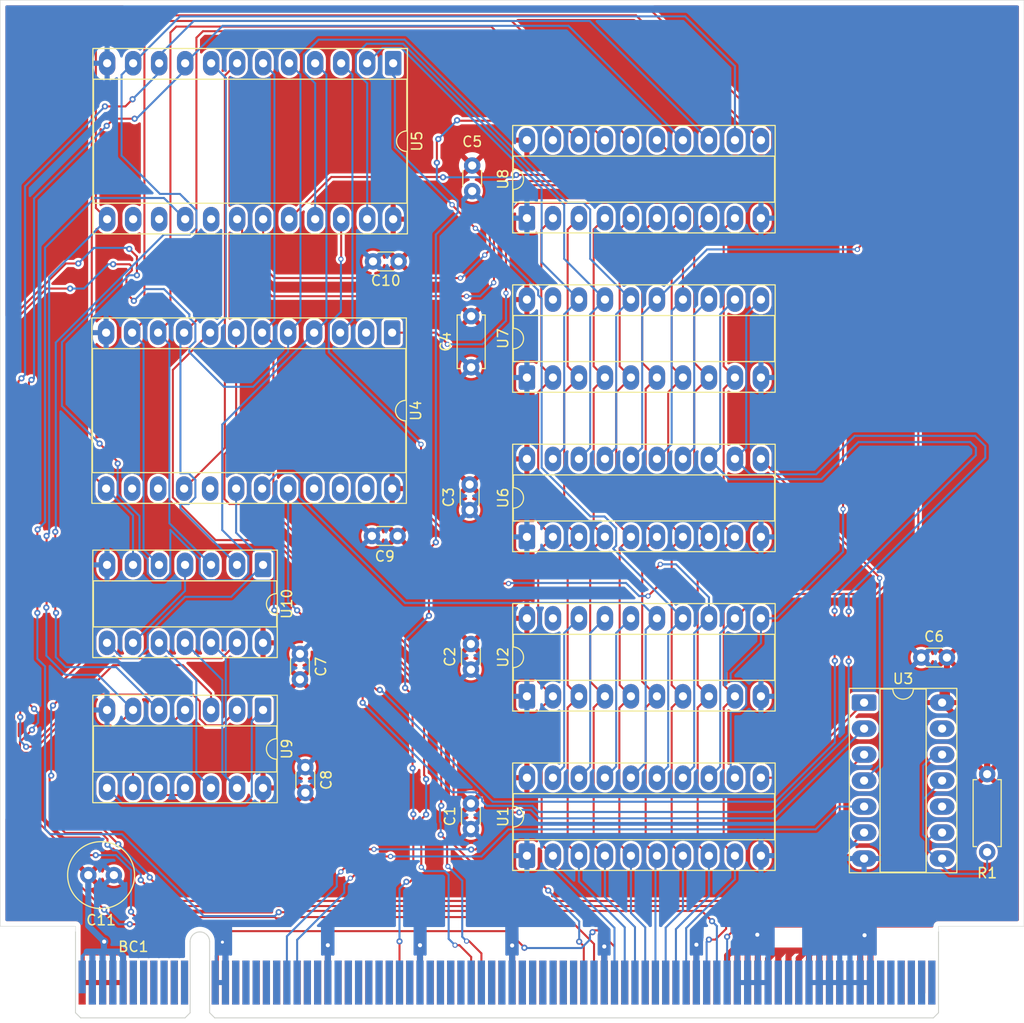
<source format=kicad_pcb>
(kicad_pcb (version 20241229) (generator "pcbnew") (generator_version "9.0")
  (layers (0 "F.Cu" signal) (2 "B.Cu" signal) (13 "F.Paste" user) (15 "B.Paste" user) (5 "F.SilkS" user "F.Silkscreen") (7 "B.SilkS" user "B.Silkscreen") (1 "F.Mask" user) (3 "B.Mask" user) (25 "Edge.Cuts" user))
  (net 0 "")
  (net 2 "VCC")
  (net 3 "GND")
  (net 7 "Net-(BC1-~{ALUCO})")
  (net 8 "Net-(BC1-~{LARGL})")
  (net 10 "/DATA1")
  (net 18 "/DATA4")
  (net 20 "Net-(BC1-ALUS0)")
  (net 21 "Net-(BC1-~{ALUCI})")
  (net 31 "/DATA5")
  (net 32 "Net-(BC1-ALUS3)")
  (net 38 "Net-(BC1-~{RARGL})")
  (net 40 "Net-(BC1-~{CLK})")
  (net 50 "Net-(BC1-~{LARGH})")
  (net 52 "Net-(BC1-~{RARGH})")
  (net 53 "Net-(BC1-ALUM)")
  (net 57 "/DATA2")
  (net 58 "/DATA6")
  (net 61 "/DATA0")
  (net 63 "/DATA7")
  (net 73 "/DATA3")
  (net 81 "Net-(BC1-~{RALU})")
  (net 84 "Net-(BC1-ALUS2)")
  (net 87 "Net-(BC1-ALUS1)")
  (net 88 "Net-(BC1-ALUZO)")
  (net 94 "Net-(BC1-ALUSO)")
  (net 95 "/HIGH4")
  (net 96 "/HIGH3")
  (net 97 "/HIGH5")
  (net 98 "/HIGH0")
  (net 99 "/HIGH7")
  (net 100 "/HIGH2")
  (net 101 "/HIGH6")
  (net 102 "Net-(U1-Cp)")
  (net 103 "/HIGH1")
  (net 104 "Net-(R1-Pad2)")
  (net 106 "Net-(U6-Cp)")
  (net 108 "/LOW5")
  (net 111 "Net-(U4-Cn+4)")
  (net 112 "/LOW7")
  (net 113 "/LOW6")
  (net 114 "Net-(U4-F2)")
  (net 115 "Net-(U4-F1)")
  (net 116 "/LOW4")
  (net 117 "Net-(U4-F0)")
  (net 118 "Net-(U4-F3)")
  (net 121 "Net-(U5-F1)")
  (net 122 "Net-(U5-F2)")
  (net 123 "/LOW1")
  (net 125 "/LOW3")
  (net 126 "/LOW0")
  (net 127 "Net-(U5-F0)")
  (net 128 "/LOW2")
  (net 130 "Net-(U9-Pad4)")
  (net 131 "Net-(U9-Pad1)")
  (net 132 "Net-(U9-Pad10)")
  (net 133 "Net-(U10-Pad11)")
  (net 134 "Net-(U10-Pad10)")
  (net 135 "Net-(U10-Pad1)")
  (net 136 "Net-(U10-Pad4)")
  (footprint "Resistor_THT:R_Axial_DIN0207_L6.3mm_D2.5mm_P7.62mm_Horizontal" (layer "F.Cu") (at 196.4 120.13 -90)
    (property "Reference" "R1")
    (property "Value" "R" (hide yes))
  )
  (footprint "Package_DIP:DIP-20_W7.62mm_Socket_LongPads" (layer "F.Cu") (at 151.445 65.795 90)
    (property "Reference" "U8")
    (property "Value" "74LS245")
  )
  (footprint "Package_DIP:DIP-14_W7.62mm_Socket_LongPads" (layer "F.Cu") (at 125.67 113.86 -90)
    (property "Reference" "U9")
    (property "Value" "74LS02")
  )
  (footprint "Package_DIP:DIP-20_W7.62mm_Socket_LongPads" (layer "F.Cu") (at 151.445 81.3712 90)
    (property "Reference" "U7")
    (property "Value" "74LS245")
  )
  (footprint "Capacitor_THT:C_Disc_D3.0mm_W1.6mm_P2.50mm" (layer "F.Cu") (at 129.275 108.375 -90)
    (property "Reference" "C7")
    (property "Value" "C")
  )
  (footprint "Capacitor_THT:C_Disc_D3.0mm_W1.6mm_P2.50mm" (layer "F.Cu") (at 146.1 63.15 90)
    (property "Reference" "C5")
    (property "Value" "C")
  )
  (footprint "Capacitor_THT:C_Disc_D3.0mm_W1.6mm_P2.50mm" (layer "F.Cu") (at 145.975 125.5 90)
    (property "Reference" "C1")
    (property "Value" "C")
  )
  (footprint "Capacitor_THT:C_Disc_D3.0mm_W1.6mm_P2.50mm" (layer "F.Cu") (at 145.975 109.9125 90)
    (property "Reference" "C2")
    (property "Value" "C")
  )
  (footprint "Capacitor_THT:C_Disc_D5.0mm_W2.5mm_P5.00mm" (layer "F.Cu") (at 146 80.375 90)
    (property "Reference" "C4")
    (property "Value" "C" (hide yes))
  )
  (footprint "Package_DIP:DIP-20_W7.62mm_Socket_LongPads" (layer "F.Cu") (at 151.445 128.1 90)
    (property "Reference" "U1")
    (property "Value" "74LS574")
  )
  (footprint "Capacitor_THT:C_Disc_D3.0mm_W1.6mm_P2.50mm" (layer "F.Cu") (at 136.31 96.855)
    (property "Reference" "C9")
    (property "Value" "C")
  )
  (footprint "Package_DIP:DIP-24_W15.24mm_Socket_LongPads" (layer "F.Cu") (at 138.28 76.985 -90)
    (property "Reference" "U4")
    (property "Value" "74LS181")
  )
  (footprint "Package_DIP:DIP-24_W15.24mm_Socket_LongPads" (layer "F.Cu") (at 138.38 50.655 -90)
    (property "Reference" "U5")
    (property "Value" "74LS181")
  )
  (footprint "Connector_PCBEdge:BUS_PCIexpress_x16" (layer "F.Cu") (at 108 140.5)
    (property "Reference" "BC1")
    (property "Value" "BusConnector")
    (fp_line (start -0.65 -4.95) (end -0.65 2.95) (stroke (width 0.1)) (layer "Edge.Cuts"))
    (fp_line (start -0.65 2.95) (end -0.15 3.45) (stroke (width 0.1)) (layer "Edge.Cuts"))
    (fp_line (start -0.15 3.45) (end 10.05 3.45) (stroke (width 0.1)) (layer "Edge.Cuts"))
    (fp_line (start 10.55 -4) (end 10.55 2.95) (stroke (width 0.1)) (layer "Edge.Cuts"))
    (fp_line (start 10.55 2.95) (end 10.05 3.45) (stroke (width 0.1)) (layer "Edge.Cuts"))
    (fp_line (start 12.45 -4) (end 12.45 2.95) (stroke (width 0.1)) (layer "Edge.Cuts"))
    (fp_line (start 12.45 2.95) (end 12.95 3.45) (stroke (width 0.1)) (layer "Edge.Cuts"))
    (fp_line (start 12.95 3.45) (end 83.15 3.45) (stroke (width 0.1)) (layer "Edge.Cuts"))
    (fp_line (start 83.65 -4.95) (end 83.65 2.95) (stroke (width 0.1)) (layer "Edge.Cuts"))
    (fp_line (start 83.65 2.95) (end 83.15 3.45) (stroke (width 0.1)) (layer "Edge.Cuts"))
    (fp_arc (start 10.55 -4) (mid 11.5 -4.95) (end 12.45 -4) (stroke (width 0.1)) (layer "Edge.Cuts"))
  )
  (footprint "Capacitor_THT:C_Disc_D3.0mm_W1.6mm_P2.50mm" (layer "F.Cu") (at 145.85 94.325 90)
    (property "Reference" "C3")
    (property "Value" "C")
  )
  (footprint "Capacitor_THT:C_Radial_D6.3mm_H5.0mm_P2.50mm" (layer "F.Cu") (at 111.1 130 180)
    (property "Reference" "C11")
    (property "Value" "C" (hide yes))
  )
  (footprint "Package_DIP:DIP-14_W7.62mm_Socket_LongPads" (layer "F.Cu") (at 184.38 113.14)
    (property "Reference" "U3")
    (property "Value" "74LS02")
  )
  (footprint "Package_DIP:DIP-14_W7.62mm_Socket_LongPads" (layer "F.Cu") (at 125.67 99.68 -90)
    (property "Reference" "U10")
    (property "Value" "74LS02")
  )
  (footprint "Capacitor_THT:C_Disc_D3.0mm_W1.6mm_P2.50mm" (layer "F.Cu") (at 136.41 70.025)
    (property "Reference" "C10")
    (property "Value" "C")
  )
  (footprint "Package_DIP:DIP-20_W7.62mm_Socket_LongPads" (layer "F.Cu") (at 151.445 112.5237 90)
    (property "Reference" "U2")
    (property "Value" "74LS245")
  )
  (footprint "Package_DIP:DIP-20_W7.62mm_Socket_LongPads" (layer "F.Cu") (at 151.445 96.9475 90)
    (property "Reference" "U6")
    (property "Value" "74LS574")
  )
  (footprint "Capacitor_THT:C_Disc_D3.0mm_W1.6mm_P2.50mm" (layer "F.Cu") (at 129.8 119.45 -90)
    (property "Reference" "C8")
    (property "Value" "C")
  )
  (footprint "Capacitor_THT:C_Disc_D3.0mm_W1.6mm_P2.50mm" (layer "F.Cu") (at 189.97 108.74)
    (property "Reference" "C6")
    (property "Value" "C")
  )
  (gr_line (start 191.65 135.55) (end 191.65 135) (stroke (width 0.05)) (layer "Edge.Cuts"))
  (gr_line (start 200 44.5) (end 100 44.5) (stroke (width 0.05)) (layer "Edge.Cuts"))
  (gr_line (start 107.35 135.55) (end 107.35 135) (stroke (width 0.05)) (layer "Edge.Cuts"))
  (gr_line (start 200 44.5) (end 200 135) (stroke (width 0.05)) (layer "Edge.Cuts"))
  (gr_line (start 100 135) (end 107.35 135) (stroke (width 0.05)) (layer "Edge.Cuts"))
  (gr_line (start 100 44.5) (end 100 135) (stroke (width 0.05)) (layer "Edge.Cuts"))
  (gr_line (start 191.65 135) (end 200 135) (stroke (width 0.05)) (layer "Edge.Cuts"))
  (segment (start 192 113.14) (end 196.4 117.54) (width 0.6) (layer "F.Cu") (net 2))
  (segment (start 192.47 112.67) (end 192 113.14) (width 0.6) (layer "F.Cu") (net 2))
  (segment (start 196.4 117.54) (end 196.4 120.13) (width 0.6) (layer "F.Cu") (net 2))
  (segment (start 192.47 108.74) (end 192.47 112.67) (width 0.6) (layer "F.Cu") (net 2))
  (via (at 110.15 136.5) (size 0.8) (drill 0.4) (layers "F.Cu" "B.Cu") (net 2))
  (segment (start 108.45 137.475) (end 108 137.925) (width 0.3) (layer "B.Cu") (net 2))
  (segment (start 108 139.95) (end 108 139.975) (width 0.3) (layer "B.Cu") (net 2))
  (segment (start 112 137.9) (end 112 140.5) (width 0.6) (layer "B.Cu") (net 2))
  (segment (start 108.625 134.65) (end 108.6 134.625) (width 0.6) (layer "B.Cu") (net 2))
  (segment (start 111 140.525) (end 111 140.5) (width 0.6) (layer "B.Cu") (net 2))
  (segment (start 110.675 137.475) (end 111.575 137.475) (width 0.6) (layer "B.Cu") (net 2))
  (segment (start 109 140.5) (end 109 137.75) (width 0.6) (layer "B.Cu") (net 2))
  (segment (start 111 137.8) (end 110.675 137.475) (width 0.6) (layer "B.Cu") (net 2))
  (segment (start 109.25 137.475) (end 109.7 137.475) (width 0.6) (layer "B.Cu") (net 2))
  (segment (start 109 140.525) (end 109 140.5) (width 0.6) (layer "B.Cu") (net 2))
  (segment (start 110 140.5) (end 110 137.775) (width 0.6) (layer "B.Cu") (net 2))
  (segment (start 108.6 134.95) (end 110.15 136.5) (width 0.6) (layer "B.Cu") (net 2))
  (segment (start 110 137.775) (end 109.7 137.475) (width 0.6) (layer "B.Cu") (net 2))
  (segment (start 108.6 134.625) (end 108.6 134.25) (width 0.6) (layer "B.Cu") (net 2))
  (segment (start 111 140.5) (end 111 137.8) (width 0.6) (layer "B.Cu") (net 2))
  (segment (start 109 137.75) (end 108.725 137.475) (width 0.6) (layer "B.Cu") (net 2))
  (segment (start 108.45 137.475) (end 108.725 137.475) (width 0.6) (layer "B.Cu") (net 2))
  (segment (start 108 137.925) (end 108 139.95) (width 0.3) (layer "B.Cu") (net 2))
  (segment (start 111.575 137.475) (end 112 137.9) (width 0.6) (layer "B.Cu") (net 2))
  (segment (start 109.7 137.475) (end 110.125 137.475) (width 0.6) (layer "B.Cu") (net 2))
  (segment (start 112 140.5) (end 112 140.525) (width 0.6) (layer "B.Cu") (net 2))
  (segment (start 108.6 134.25) (end 108.6 134.95) (width 0.6) (layer "B.Cu") (net 2))
  (segment (start 108.6 134.25) (end 108.6 130) (width 0.6) (layer "B.Cu") (net 2))
  (segment (start 108.725 137.475) (end 109.25 137.475) (width 0.6) (layer "B.Cu") (net 2))
  (segment (start 110.125 137.475) (end 110.675 137.475) (width 0.6) (layer "B.Cu") (net 2))
  (segment (start 110 140.525) (end 110 140.5) (width 0.6) (layer "B.Cu") (net 2))
  (segment (start 110.125 137.475) (end 110.125 136.475) (width 0.6) (layer "B.Cu") (net 2))
  (segment (start 174.85 137.375) (end 174.375 137.375) (width 0.6) (layer "F.Cu") (net 3))
  (segment (start 168 136.8) (end 168 136.775) (width 0.6) (layer "F.Cu") (net 3))
  (segment (start 185 140.5) (end 185 137.425) (width 0.6) (layer "F.Cu") (net 3))
  (segment (start 177 137.875) (end 177 140.525) (width 0.6) (layer "F.Cu") (net 3))
  (segment (start 177.5 137.375) (end 177 137.875) (width 0.6) (layer "F.Cu") (net 3))
  (segment (start 121.251 137.099) (end 121.251 140.5) (width 0.2) (layer "F.Cu") (net 3))
  (segment (start 184 137.325) (end 184.45 136.875) (width 0.6) (layer "F.Cu") (net 3))
  (segment (start 176 137.975) (end 176 140.525) (width 0.6) (layer "F.Cu") (net 3))
  (segment (start 173 137.725) (end 173 140.525) (width 0.6) (layer "F.Cu") (net 3))
  (segment (start 184 140.5) (end 184 137.325) (width 0.6) (layer "F.Cu") (net 3))
  (segment (start 172 140.5) (end 172 137.725) (width 0.6) (layer "F.Cu") (net 3))
  (segment (start 175 138.175) (end 175 140.525) (width 0.6) (layer "F.Cu") (net 3))
  (segment (start 181 140.525) (end 181 137.6) (width 0.6) (layer "F.Cu") (net 3))
  (segment (start 185 137.425) (end 184.45 136.875) (width 0.6) (layer "F.Cu") (net 3))
  (segment (start 174.375 137.375) (end 174 137.75) (width 0.6) (layer "F.Cu") (net 3))
  (segment (start 180 137.775) (end 180 140.525) (width 0.6) (layer "F.Cu") (net 3))
  (segment (start 175.8 137.375) (end 175 138.175) (width 0.6) (layer "F.Cu") (net 3))
  (segment (start 176.6 137.375) (end 176 137.975) (width 0.6) (layer "F.Cu") (net 3))
  (segment (start 184.45 136.875) (end 184.425 136.85) (width 0.6) (layer "F.Cu") (net 3))
  (segment (start 181 137.6) (end 180.775 137.375) (width 0.6) (layer "F.Cu") (net 3))
  (segment (start 159 136.975) (end 159 136.95) (width 0.6) (layer "F.Cu") (net 3))
  (segment (start 159 140.625) (end 159 136.975) (width 0.6) (layer "F.Cu") (net 3))
  (segment (start 174.375 137.375) (end 173.35 137.375) (width 0.6) (layer "F.Cu") (net 3))
  (segment (start 174 137.75) (end 174 140.525) (width 0.6) (layer "F.Cu") (net 3))
  (segment (start 180.4 137.375) (end 179.425 137.375) (width 0.6) (layer "F.Cu") (net 3))
  (segment (start 171 137.875) (end 171.5 137.375) (width 0.6) (layer "F.Cu") (net 3))
  (segment (start 179.425 137.375) (end 178.75 137.375) (width 0.6) (layer "F.Cu") (net 3))
  (segment (start 175.8 137.375) (end 174.85 137.375) (width 0.6) (layer "F.Cu") (net 3))
  (segment (start 172 137.725) (end 172.35 137.375) (width 0.6) (layer "F.Cu") (net 3))
  (segment (start 150 140.525) (end 150 136.875) (width 0.6) (layer "F.Cu") (net 3))
  (segment (start 178.75 137.375) (end 177.5 137.375) (width 0.6) (layer "F.Cu") (net 3))
  (segment (start 173.35 137.375) (end 173 137.725) (width 0.6) (layer "F.Cu") (net 3))
  (segment (start 178 138.125) (end 178 140.525) (width 0.6) (layer "F.Cu") (net 3))
  (segment (start 179.425 137.375) (end 179 137.8) (width 0.6) (layer "F.Cu") (net 3))
  (segment (start 141 140.5) (end 141 136.85) (width 0.6) (layer "F.Cu") (net 3))
  (segment (start 174.35 135.85) (end 173.95 135.85) (width 0.6) (layer "F.Cu") (net 3))
  (segment (start 179 137.8) (end 179 140.525) (width 0.6) (layer "F.Cu") (net 3))
  (segment (start 141 136.825) (end 141 136.85) (width 0.2) (layer "F.Cu") (net 3))
  (segment (start 174.85 137.375) (end 174.85 136.35) (width 0.6) (layer "F.Cu") (net 3))
  (segment (start 180.4 137.375) (end 180 137.775) (width 0.6) (layer "F.Cu") (net 3))
  (segment (start 171 140.525) (end 171 137.875) (width 0.6) (layer "F.Cu") (net 3))
  (segment (start 122 140.5) (end 122 136.85) (width 0.6) (layer "F.Cu") (net 3))
  (segment (start 173.95 135.85) (end 173.95 135.825) (width 0.6) (layer "F.Cu") (net 3))
  (segment (start 184.425 136.85) (end 184.425 135.875) (width 0.6) (layer "F.Cu") (net 3))
  (segment (start 150 136.875) (end 150 136.85) (width 0.6) (layer "F.Cu") (net 3))
  (segment (start 132 140.5) (end 132 136.85) (width 0.6) (layer "F.Cu") (net 3))
  (segment (start 178.75 137.375) (end 178 138.125) (width 0.6) (layer "F.Cu") (net 3))
  (segment (start 121.7 136.65) (end 121.251 137.099) (width 0.2) (layer "F.Cu") (net 3))
  (segment (start 180.775 137.375) (end 180.4 137.375) (width 0.6) (layer "F.Cu") (net 3))
  (segment (start 168 140.45) (end 168 136.8) (width 0.6) (layer "F.Cu") (net 3))
  (segment (start 172 140.525) (end 172 140.5) (width 0.6) (layer "F.Cu") (net 3))
  (segment (start 177.5 137.375) (end 176.6 137.375) (width 0.6) (layer "F.Cu") (net 3))
  (segment (start 174.85 136.35) (end 174.35 135.85) (width 0.6) (layer "F.Cu") (net 3))
  (segment (start 173.35 137.375) (end 172.35 137.375) (width 0.6) (layer "F.Cu") (net 3))
  (segment (start 176.6 137.375) (end 175.8 137.375) (width 0.6) (layer "F.Cu") (net 3))
  (segment (start 122 136.85) (end 121.7 136.55) (width 0.6) (layer "F.Cu") (net 3))
  (segment (start 171.5 137.375) (end 172.35 137.375) (width 0.6) (layer "F.Cu") (net 3))
  (via (at 132 136.85) (size 0.8) (drill 0.4) (layers "F.Cu" "B.Cu") (net 3))
  (via (at 150 136.875) (size 0.8) (drill 0.4) (layers "F.Cu" "B.Cu") (net 3))
  (via (at 168 136.8) (size 0.8) (drill 0.4) (layers "F.Cu" "B.Cu") (net 3))
  (via (at 121.7 136.55) (size 0.6) (drill 0.3) (layers "F.Cu" "B.Cu") (net 3))
  (via (at 141 136.85) (size 0.8) (drill 0.4) (layers "F.Cu" "B.Cu") (net 3))
  (via (at 184.425 135.875) (size 0.8) (drill 0.4) (layers "F.Cu" "B.Cu") (net 3))
  (via (at 159 136.975) (size 0.8) (drill 0.4) (layers "F.Cu" "B.Cu") (net 3))
  (via (at 173.95 135.825) (size 0.8) (drill 0.4) (layers "F.Cu" "B.Cu") (net 3))
  (segment (start 122 137.45) (end 121.75 137.2) (width 0.6) (layer "B.Cu") (net 3))
  (segment (start 150 140.5) (end 150 137.425) (width 0.6) (layer "B.Cu") (net 3))
  (segment (start 141 140.5) (end 141 137.6) (width 0.6) (layer "B.Cu") (net 3))
  (segment (start 121.051 137.899) (end 121.051 140.5) (width 0.2) (layer "B.Cu") (net 3))
  (segment (start 168 140.5) (end 168 137.325) (width 0.6) (layer "B.Cu") (net 3))
  (segment (start 122 140.5) (end 122 137.45) (width 0.6) (layer "B.Cu") (net 3))
  (segment (start 121.75 137.2) (end 121.051 137.899) (width 0.2) (layer "B.Cu") (net 3))
  (segment (start 159 140.5) (end 159 137.425) (width 0.6) (layer "B.Cu") (net 3))
  (segment (start 132 140.5) (end 132 137.6) (width 0.6) (layer "B.Cu") (net 3))
  (segment (start 128.75 133.625) (end 128.875 133.5) (width 0.2) (layer "F.Cu") (net 7))
  (segment (start 103.625 96.25) (end 103.65 96.225) (width 0.2) (layer "F.Cu") (net 7))
  (segment (start 127.2 133.625) (end 128.75 133.625) (width 0.2) (layer "F.Cu") (net 7))
  (segment (start 168.525 133.5) (end 169.525 134.5) (width 0.2) (layer "F.Cu") (net 7))
  (segment (start 128.875 133.5) (end 168.525 133.5) (width 0.2) (layer "F.Cu") (net 7))
  (segment (start 103.625 104.375) (end 103.625 96.25) (width 0.2) (layer "F.Cu") (net 7))
  (via (at 169.525 134.5) (size 0.6) (drill 0.3) (layers "F.Cu" "B.Cu") (net 7))
  (via (at 127.2 133.625) (size 0.6) (drill 0.3) (layers "F.Cu" "B.Cu") (net 7))
  (via (at 103.65 96.225) (size 0.6) (drill 0.3) (layers "F.Cu" "B.Cu") (net 7))
  (via (at 103.625 104.375) (size 0.6) (drill 0.3) (layers "F.Cu" "B.Cu") (net 7))
  (segment (start 115.99 63.825) (end 118.06 65.895) (width 0.2) (layer "B.Cu") (net 7))
  (segment (start 104.375 125.5) (end 104.375 109.6) (width 0.2) (layer "B.Cu") (net 7))
  (segment (start 104.375 95.5) (end 104.375 68.675) (width 0.2) (layer "B.Cu") (net 7))
  (segment (start 104 109.225) (end 103.625 108.85) (width 0.2) (layer "B.Cu") (net 7))
  (segment (start 170 134.975) (end 170 140.5) (width 0.2) (layer "B.Cu") (net 7))
  (segment (start 169.525 134.5) (end 170 134.975) (width 0.2) (layer "B.Cu") (net 7))
  (segment (start 119.875 134) (end 111.875 126) (width 0.2) (layer "B.Cu") (net 7))
  (segment (start 104.375 109.6) (end 104 109.225) (width 0.2) (layer "B.Cu") (net 7))
  (segment (start 127.2 133.625) (end 126.825 134) (width 0.2) (layer "B.Cu") (net 7))
  (segment (start 103.65 96.225) (end 104.375 95.5) (width 0.2) (layer "B.Cu") (net 7))
  (segment (start 104.875 126) (end 104.375 125.5) (width 0.2) (layer "B.Cu") (net 7))
  (segment (start 104.375 68.675) (end 109.225 63.825) (width 0.2) (layer "B.Cu") (net 7))
  (segment (start 126.825 134) (end 119.875 134) (width 0.2) (layer "B.Cu") (net 7))
  (segment (start 103.625 108.85) (end 103.625 104.375) (width 0.2) (layer "B.Cu") (net 7))
  (segment (start 109.225 63.825) (end 115.99 63.825) (width 0.2) (layer "B.Cu") (net 7))
  (segment (start 111.875 126) (end 104.875 126) (width 0.2) (layer "B.Cu") (net 7))
  (segment (start 134.3 130.3) (end 136.425 128.175) (width 0.2) (layer "F.Cu") (net 8))
  (segment (start 136.425 128.175) (end 138.125 128.175) (width 0.2) (layer "F.Cu") (net 8))
  (segment (start 134.2 130.3) (end 134.3 130.3) (width 0.2) (layer "F.Cu") (net 8))
  (via (at 138.125 128.175) (size 0.5) (drill 0.3) (layers "F.Cu" "B.Cu") (net 8))
  (via (at 134.2 130.3) (size 0.5) (drill 0.3) (layers "F.Cu" "B.Cu") (net 8))
  (segment (start 179.65 125.525) (end 181.875 123.3) (width 0.2) (layer "B.Cu") (net 8))
  (segment (start 138.125 128.175) (end 147 128.175) (width 0.2) (layer "B.Cu") (net 8))
  (segment (start 133.6 130.9) (end 133.6 131.725) (width 0.2) (layer "B.Cu") (net 8))
  (segment (start 181.875 123.3) (end 184.38 123.3) (width 0.2) (layer "B.Cu") (net 8))
  (segment (start 134.2 130.3) (end 133.6 130.9) (width 0.2) (layer "B.Cu") (net 8))
  (segment (start 129 136.325) (end 129 140.5) (width 0.2) (layer "B.Cu") (net 8))
  (segment (start 133.6 131.725) (end 129 136.325) (width 0.2) (layer "B.Cu") (net 8))
  (segment (start 147 128.175) (end 149.65 125.525) (width 0.2) (layer "B.Cu") (net 8))
  (segment (start 149.65 125.525) (end 179.65 125.525) (width 0.2) (layer "B.Cu") (net 8))
  (segment (start 155.424 126.999) (end 155.424 113.625) (width 0.2) (layer "F.Cu") (net 10))
  (segment (start 155.424 98.0485) (end 156.525 96.9475) (width 0.2) (layer "F.Cu") (net 10))
  (segment (start 155.424 113.625) (end 156.525 112.524) (width 0.2) (layer "F.Cu") (net 10))
  (segment (start 155.086 95.5085) (end 155.086 82.8102) (width 0.2) (layer "F.Cu") (net 10))
  (segment (start 155.086 82.8102) (end 156.525 81.3712) (width 0.2) (layer "F.Cu") (net 10))
  (segment (start 156.525 112.524) (end 155.424 111.423) (width 0.2) (layer "F.Cu") (net 10))
  (segment (start 156.525 128.1) (end 155.424 126.999) (width 0.2) (layer "F.Cu") (net 10))
  (segment (start 156.525 96.9475) (end 155.086 95.5085) (width 0.2) (layer "F.Cu") (net 10))
  (segment (start 156.525 81.3712) (end 155.424 80.2702) (width 0.2) (layer "F.Cu") (net 10))
  (segment (start 155.424 66.896) (end 156.525 65.795) (width 0.2) (layer "F.Cu") (net 10))
  (segment (start 156.525 112.5237) (end 156.525 112.524) (width 0.2) (layer "F.Cu") (net 10))
  (segment (start 155.424 111.423) (end 155.424 98.0485) (width 0.2) (layer "F.Cu") (net 10))
  (segment (start 155.424 80.2702) (end 155.424 66.896) (width 0.2) (layer "F.Cu") (net 10))
  (segment (start 161 140.5) (end 161 135.1) (width 0.2) (layer "B.Cu") (net 10))
  (segment (start 161 135.1) (end 156.525 130.625) (width 0.2) (layer "B.Cu") (net 10))
  (segment (start 156.525 130.625) (end 156.525 128.1) (width 0.2) (layer "B.Cu") (net 10))
  (segment (start 162.706 67.234) (end 164.145 65.795) (width 0.2) (layer "F.Cu") (net 18))
  (segment (start 163.044 95.8465) (end 163.044 82.4722) (width 0.2) (layer "F.Cu") (net 18))
  (segment (start 162.706 111.085) (end 162.706 98.3865) (width 0.2) (layer "F.Cu") (net 18))
  (segment (start 163.044 126.999) (end 163.044 113.625) (width 0.2) (layer "F.Cu") (net 18))
  (segment (start 162.706 79.9322) (end 162.706 67.234) (width 0.2) (layer "F.Cu") (net 18))
  (segment (start 164.145 112.524) (end 163.695 112.074) (width 0.2) (layer "F.Cu") (net 18))
  (segment (start 163.695 112.074) (end 162.706 111.085) (width 0.2) (layer "F.Cu") (net 18))
  (segment (start 164.145 128.1) (end 163.044 126.999) (width 0.2) (layer "F.Cu") (net 18))
  (segment (start 162.706 98.3865) (end 164.145 96.9475) (width 0.2) (layer "F.Cu") (net 18))
  (segment (start 163.6953 112.074) (end 164.145 112.5237) (width 0.2) (layer "F.Cu") (net 18))
  (segment (start 163.695 112.074) (end 163.6953 112.074) (width 0.2) (layer "F.Cu") (net 18))
  (segment (start 164.145 81.3712) (end 162.706 79.9322) (width 0.2) (layer "F.Cu") (net 18))
  (segment (start 163.044 113.625) (end 164.145 112.524) (width 0.2) (layer "F.Cu") (net 18))
  (segment (start 164.145 96.9475) (end 163.044 95.8465) (width 0.2) (layer "F.Cu") (net 18))
  (segment (start 163.044 82.4722) (end 164.145 81.3712) (width 0.2) (layer "F.Cu") (net 18))
  (segment (start 164 128.245) (end 164.145 128.1) (width 0.2) (layer "B.Cu") (net 18))
  (segment (start 164 140.5) (end 164 128.245) (width 0.2) (layer "B.Cu") (net 18))
  (segment (start 125.58 76.985) (end 126.681 78.086) (width 0.2) (layer "F.Cu") (net 20))
  (segment (start 152.1 130.95) (end 152.975 130.95) (width 0.2) (layer "F.Cu") (net 20))
  (segment (start 126.681 78.086) (end 126.681 94.469) (width 0.2) (layer "F.Cu") (net 20))
  (segment (start 149.05 131.775) (end 151.3 131.775) (width 0.2) (layer "F.Cu") (net 20))
  (segment (start 144.281 112.069) (end 144.281 127.006) (width 0.2) (layer "F.Cu") (net 20))
  (segment (start 157 136.95) (end 157 140.5) (width 0.2) (layer "F.Cu") (net 20))
  (segment (start 126.681 94.469) (end 144.281 112.069) (width 0.2) (layer "F.Cu") (net 20))
  (segment (start 144.281 127.006) (end 149.05 131.775) (width 0.2) (layer "F.Cu") (net 20))
  (segment (start 152.1 130.975) (end 152.1 130.95) (width 0.2) (layer "F.Cu") (net 20))
  (segment (start 151.3 131.775) (end 152.1 130.975) (width 0.2) (layer "F.Cu") (net 20))
  (segment (start 156.55 136.5) (end 157 136.95) (width 0.2) (layer "F.Cu") (net 20))
  (segment (start 152.975 130.95) (end 153.525 131.5) (width 0.2) (layer "F.Cu") (net 20))
  (via (at 156.55 136.5) (size 0.6) (drill 0.3) (layers "F.Cu" "B.Cu") (net 20))
  (via (at 153.525 131.5) (size 0.6) (drill 0.3) (layers "F.Cu" "B.Cu") (net 20))
  (segment (start 125.58 76.985) (end 126.781 75.784) (width 0.2) (layer "B.Cu") (net 20))
  (segment (start 126.781 51.756) (end 125.68 50.655) (width 0.2) (layer "B.Cu") (net 20))
  (segment (start 156.55 134.525) (end 156.55 136.5) (width 0.2) (layer "B.Cu") (net 20))
  (segment (start 126.781 75.784) (end 126.781 51.756) (width 0.2) (layer "B.Cu") (net 20))
  (segment (start 153.525 131.5) (end 156.55 134.525) (width 0.2) (layer "B.Cu") (net 20))
  (segment (start 142.9835 112.9915) (end 123.718 93.726) (width 0.2) (layer "F.Cu") (net 21))
  (segment (start 143.65 126.675) (end 143.65 129.062) (width 0.2) (layer "F.Cu") (net 21))
  (segment (start 142.9835 114.2085) (end 143.075 114.3) (width 0.2) (layer "F.Cu") (net 21))
  (segment (start 145.8 136.45) (end 147 137.65) (width 0.2) (layer "F.Cu") (net 21))
  (segment (start 143.65 129.062) (end 143.73 129.142) (width 0.2) (layer "F.Cu") (net 21))
  (segment (start 123.04 87.7121) (end 123.04 76.985) (width 0.2) (layer "F.Cu") (net 21))
  (segment (start 147 137.65) (end 147 140.5) (width 0.2) (layer "F.Cu") (net 21))
  (segment (start 143.025 126.05) (end 143.65 126.675) (width 0.2) (layer "F.Cu") (net 21))
  (segment (start 123.718 93.726) (end 122.376 93.726) (width 0.2) (layer "F.Cu") (net 21))
  (segment (start 121.9 88.8521) (end 123.04 87.7121) (width 0.2) (layer "F.Cu") (net 21))
  (segment (start 145.55 136.45) (end 145.8 136.45) (width 0.2) (layer "F.Cu") (net 21))
  (segment (start 122.376 93.726) (end 121.9 93.25) (width 0.2) (layer "F.Cu") (net 21))
  (segment (start 143.075 123.225) (end 143.075 114.3) (width 0.2) (layer "F.Cu") (net 21))
  (segment (start 142.9835 112.9915) (end 142.9835 114.2085) (width 0.2) (layer "F.Cu") (net 21))
  (segment (start 121.9 93.25) (end 121.9 88.8521) (width 0.2) (layer "F.Cu") (net 21))
  (via (at 143.025 126.05) (size 0.6) (drill 0.3) (layers "F.Cu" "B.Cu") (net 21))
  (via (at 145.55 136.45) (size 0.5) (drill 0.3) (layers "F.Cu" "B.Cu") (net 21))
  (via (at 143.73 129.142) (size 0.5) (drill 0.3) (layers "F.Cu" "B.Cu") (net 21))
  (via (at 143.075 123.225) (size 0.6) (drill 0.3) (layers "F.Cu" "B.Cu") (net 21))
  (segment (start 143.025 124.85) (end 142.95 124.775) (width 0.2) (layer "B.Cu") (net 21))
  (segment (start 143.725 129.15) (end 143.73 129.145) (width 0.2) (layer "B.Cu") (net 21))
  (segment (start 142.95 124.775) (end 142.95 123.35) (width 0.2) (layer "B.Cu") (net 21))
  (segment (start 142.95 123.35) (end 143.075 123.225) (width 0.2) (layer "B.Cu") (net 21))
  (segment (start 145.125 130.55) (end 143.725 129.15) (width 0.2) (layer "B.Cu") (net 21))
  (segment (start 145.55 136.45) (end 145.125 136.025) (width 0.2) (layer "B.Cu") (net 21))
  (segment (start 145.125 136.025) (end 145.125 130.55) (width 0.2) (layer "B.Cu") (net 21))
  (segment (start 143.73 129.145) (end 143.73 129.142) (width 0.2) (layer "B.Cu") (net 21))
  (segment (start 143.025 126.05) (end 143.025 124.85) (width 0.2) (layer "B.Cu") (net 21))
  (segment (start 165.246 95.5085) (end 165.246 82.8102) (width 0.2) (layer "F.Cu") (net 31))
  (segment (start 165.584 126.999) (end 165.584 113.625) (width 0.2) (layer "F.Cu") (net 31))
  (segment (start 165.584 66.896) (end 166.685 65.795) (width 0.2) (layer "F.Cu") (net 31))
  (segment (start 165.584 98.0485) (end 166.685 96.9475) (width 0.2) (layer "F.Cu") (net 31))
  (segment (start 165.584 80.2702) (end 165.584 66.896) (width 0.2) (layer "F.Cu") (net 31))
  (segment (start 166.685 112.524) (end 166.235 112.074) (width 0.2) (layer "F.Cu") (net 31))
  (segment (start 165.246 82.8102) (end 166.685 81.3712) (width 0.2) (layer "F.Cu") (net 31))
  (segment (start 166.685 128.1) (end 165.584 126.999) (width 0.2) (layer "F.Cu") (net 31))
  (segment (start 165.584 113.625) (end 166.685 112.524) (width 0.2) (layer "F.Cu") (net 31))
  (segment (start 166.685 81.3712) (end 165.584 80.2702) (width 0.2) (layer "F.Cu") (net 31))
  (segment (start 166.235 112.074) (end 165.584 111.423) (width 0.2) (layer "F.Cu") (net 31))
  (segment (start 166.2353 112.074) (end 166.685 112.5237) (width 0.2) (layer "F.Cu") (net 31))
  (segment (start 166.235 112.074) (end 166.2353 112.074) (width 0.2) (layer "F.Cu") (net 31))
  (segment (start 165.584 111.423) (end 165.584 98.0485) (width 0.2) (layer "F.Cu") (net 31))
  (segment (start 166.685 96.9475) (end 165.246 95.5085) (width 0.2) (layer "F.Cu") (net 31))
  (segment (start 165 135.125) (end 166.685 133.44) (width 0.2) (layer "B.Cu") (net 31))
  (segment (start 165 140.5) (end 165 135.125) (width 0.2) (layer "B.Cu") (net 31))
  (segment (start 166.685 133.44) (end 166.685 128.1) (width 0.2) (layer "B.Cu") (net 31))
  (segment (start 133.2 76.985) (end 134.401 75.784) (width 0.2) (layer "B.Cu") (net 32))
  (segment (start 134.401 75.784) (end 134.401 51.756) (width 0.2) (layer "B.Cu") (net 32))
  (segment (start 134.401 51.756) (end 133.3 50.655) (width 0.2) (layer "B.Cu") (net 32))
  (segment (start 182 128.22) (end 184.38 125.84) (width 0.2) (layer "F.Cu") (net 40))
  (segment (start 182 120.6) (end 184.38 118.22) (width 0.2) (layer "F.Cu") (net 40))
  (segment (start 182 140.5) (end 182 128.22) (width 0.2) (layer "F.Cu") (net 40))
  (segment (start 182 128.22) (end 182 120.6) (width 0.2) (layer "F.Cu") (net 40))
  (segment (start 146.425 127.5) (end 150.05 123.875) (width 0.2) (layer "F.Cu") (net 50))
  (segment (start 150.05 123.875) (end 150.7 123.875) (width 0.2) (layer "F.Cu") (net 50))
  (segment (start 146 127.5) (end 146.425 127.5) (width 0.2) (layer "F.Cu") (net 50))
  (segment (start 133.275 129.65) (end 135.45 127.475) (width 0.2) (layer "F.Cu") (net 50))
  (segment (start 135.45 127.475) (end 136.5 127.475) (width 0.2) (layer "F.Cu") (net 50))
  (segment (start 133.275 129.675) (end 133.275 129.65) (width 0.2) (layer "F.Cu") (net 50))
  (via (at 146 127.5) (size 0.6) (drill 0.3) (layers "F.Cu" "B.Cu") (net 50))
  (via (at 136.5 127.475) (size 0.5) (drill 0.3) (layers "F.Cu" "B.Cu") (net 50))
  (via (at 150.7 123.875) (size 0.6) (drill 0.3) (layers "F.Cu" "B.Cu") (net 50))
  (via (at 133.275 129.675) (size 0.5) (drill 0.3) (layers "F.Cu" "B.Cu") (net 50))
  (segment (start 128 135.975) (end 128 140.5) (width 0.2) (layer "B.Cu") (net 50))
  (segment (start 132.875 130.075) (end 132.875 131.1) (width 0.2) (layer "B.Cu") (net 50))
  (segment (start 152.6454 124.45) (end 151.825 123.6296) (width 0.2) (layer "B.Cu") (net 50))
  (segment (start 150.7 123.875) (end 150.9454 123.6296) (width 0.2) (layer "B.Cu") (net 50))
  (segment (start 133.275 129.675) (end 132.875 130.075) (width 0.2) (layer "B.Cu") (net 50))
  (segment (start 146 127.475) (end 146 127.5) (width 0.2) (layer "B.Cu") (net 50))
  (segment (start 151.825 123.6296) (end 150.9454 123.6296) (width 0.2) (layer "B.Cu") (net 50))
  (segment (start 152.6454 124.45) (end 175.61 124.45) (width 0.2) (layer "B.Cu") (net 50))
  (segment (start 132.875 131.1) (end 128 135.975) (width 0.2) (layer "B.Cu") (net 50))
  (segment (start 136.5 127.475) (end 146 127.475) (width 0.2) (layer "B.Cu") (net 50))
  (segment (start 175.61 124.45) (end 184.38 115.68) (width 0.2) (layer "B.Cu") (net 50))
  (segment (start 121.034 97.256) (end 116.859 93.081) (width 0.2) (layer "F.Cu") (net 53))
  (segment (start 141.125 124.55) (end 141.6 124.075) (width 0.2) (layer "F.Cu") (net 53))
  (segment (start 141.4 120.225) (end 141.4 111.9751) (width 0.2) (layer "F.Cu") (net 53))
  (segment (start 144.85 136.85) (end 146 138) (width 0.2) (layer "F.Cu") (net 53))
  (segment (start 126.681 97.256) (end 121.034 97.256) (width 0.2) (layer "F.Cu") (net 53))
  (segment (start 144.425 136.85) (end 144.85 136.85) (width 0.2) (layer "F.Cu") (net 53))
  (segment (start 141.6 120.425) (end 141.4 120.225) (width 0.2) (layer "F.Cu") (net 53))
  (segment (start 146 138) (end 146 140.5) (width 0.2) (layer "F.Cu") (net 53))
  (segment (start 141.125 129.225) (end 141.125 124.55) (width 0.2) (layer "F.Cu") (net 53))
  (segment (start 141.4 111.9751) (end 141.06245 111.63755) (width 0.2) (layer "F.Cu") (net 53))
  (segment (start 116.859 93.081) (end 116.859 80.626) (width 0.2) (layer "F.Cu") (net 53))
  (segment (start 141.125 111.7) (end 126.681 97.256) (width 0.2) (layer "F.Cu") (net 53))
  (segment (start 141.6 120.625) (end 141.6 120.425) (width 0.2) (layer "F.Cu") (net 53))
  (segment (start 116.859 80.626) (end 120.5 76.985) (width 0.2) (layer "F.Cu") (net 53))
  (via (at 141.125 129.225) (size 0.5) (drill 0.3) (layers "F.Cu" "B.Cu") (net 53))
  (via (at 141.6 124.075) (size 0.6) (drill 0.3) (layers "F.Cu" "B.Cu") (net 53))
  (via (at 141.6 120.625) (size 0.6) (drill 0.3) (layers "F.Cu" "B.Cu") (net 53))
  (via (at 144.425 136.85) (size 0.5) (drill 0.3) (layers "F.Cu" "B.Cu") (net 53))
  (segment (start 122.039 75.446) (end 122.039 52.094) (width 0.2) (layer "B.Cu") (net 53))
  (segment (start 120.5 76.985) (end 122.039 75.446) (width 0.2) (layer "B.Cu") (net 53))
  (segment (start 144.425 136.85) (end 143.8 136.225) (width 0.2) (layer "B.Cu") (net 53))
  (segment (start 143.8 129.975) (end 143.425 129.6) (width 0.2) (layer "B.Cu") (net 53))
  (segment (start 143.8 136.225) (end 143.8 129.975) (width 0.2) (layer "B.Cu") (net 53))
  (segment (start 141.5 129.6) (end 141.125 129.225) (width 0.2) (layer "B.Cu") (net 53))
  (segment (start 141.6 120.625) (end 141.6 124.075) (width 0.2) (layer "B.Cu") (net 53))
  (segment (start 143.425 129.6) (end 141.5 129.6) (width 0.2) (layer "B.Cu") (net 53))
  (segment (start 122.039 52.094) (end 120.6 50.655) (width 0.2) (layer "B.Cu") (net 53))
  (segment (start 157.964 95.8465) (end 157.964 82.4722) (width 0.2) (layer "F.Cu") (net 57))
  (segment (start 159.065 112.5237) (end 159.065 112.524) (width 0.2) (layer "F.Cu") (net 57))
  (segment (start 157.964 66.896) (end 159.065 65.795) (width 0.2) (layer "F.Cu") (net 57))
  (segment (start 157.626 111.085) (end 157.626 98.3865) (width 0.2) (layer "F.Cu") (net 57))
  (segment (start 159.065 96.9475) (end 157.964 95.8465) (width 0.2) (layer "F.Cu") (net 57))
  (segment (start 157.964 113.625) (end 159.065 112.524) (width 0.2) (layer "F.Cu") (net 57))
  (segment (start 159.065 128.1) (end 157.964 126.999) (width 0.2) (layer "F.Cu") (net 57))
  (segment (start 159.065 81.3712) (end 157.964 80.2702) (width 0.2) (layer "F.Cu") (net 57))
  (segment (start 157.964 80.2702) (end 157.964 66.896) (width 0.2) (layer "F.Cu") (net 57))
  (segment (start 157.626 98.3865) (end 159.065 96.9475) (width 0.2) (layer "F.Cu") (net 57))
  (segment (start 157.964 126.999) (end 157.964 113.625) (width 0.2) (layer "F.Cu") (net 57))
  (segment (start 157.964 82.4722) (end 159.065 81.3712) (width 0.2) (layer "F.Cu") (net 57))
  (segment (start 159.065 112.524) (end 157.626 111.085) (width 0.2) (layer "F.Cu") (net 57))
  (segment (start 162 140.5) (end 162 135.075) (width 0.2) (layer "B.Cu") (net 57))
  (segment (start 159.065 132.14) (end 159.065 128.1) (width 0.2) (layer "B.Cu") (net 57))
  (segment (start 162 135.075) (end 159.065 132.14) (width 0.2) (layer "B.Cu") (net 57))
  (segment (start 167.786 95.5085) (end 167.786 82.8102) (width 0.2) (layer "F.Cu") (net 58))
  (segment (start 169.225 112.524) (end 168.775 112.074) (width 0.2) (layer "F.Cu") (net 58))
  (segment (start 168.124 113.625) (end 169.225 112.524) (width 0.2) (layer "F.Cu") (net 58))
  (segment (start 169.225 128.1) (end 168.124 126.999) (width 0.2) (layer "F.Cu") (net 58))
  (segment (start 167.786 79.9322) (end 167.786 67.234) (width 0.2) (layer "F.Cu") (net 58))
  (segment (start 168.124 126.999) (end 168.124 113.625) (width 0.2) (layer "F.Cu") (net 58))
  (segment (start 168.124 98.0485) (end 169.225 96.9475) (width 0.2) (layer "F.Cu") (net 58))
  (segment (start 168.7753 112.074) (end 169.225 112.5237) (width 0.2) (layer "F.Cu") (net 58))
  (segment (start 167.786 67.234) (end 169.225 65.795) (width 0.2) (layer "F.Cu") (net 58))
  (segment (start 168.124 111.423) (end 168.124 98.0485) (width 0.2) (layer "F.Cu") (net 58))
  (segment (start 168.775 112.074) (end 168.124 111.423) (width 0.2) (layer "F.Cu") (net 58))
  (segment (start 168.775 112.074) (end 168.7753 112.074) (width 0.2) (layer "F.Cu") (net 58))
  (segment (start 169.225 81.3712) (end 167.786 79.9322) (width 0.2) (layer "F.Cu") (net 58))
  (segment (start 169.225 96.9475) (end 167.786 95.5085) (width 0.2) (layer "F.Cu") (net 58))
  (segment (start 167.786 82.8102) (end 169.225 81.3712) (width 0.2) (layer "F.Cu") (net 58))
  (segment (start 169.225 132.05) (end 169.225 128.1) (width 0.2) (layer "B.Cu") (net 58))
  (segment (start 166 135.275) (end 169.225 132.05) (width 0.2) (layer "B.Cu") (net 58))
  (segment (start 166 140.5) (end 166 135.275) (width 0.2) (layer "B.Cu") (net 58))
  (segment (start 152.546 98.3865) (end 153.985 96.9475) (width 0.2) (layer "F.Cu") (net 61))
  (segment (start 152.85 80.2362) (end 152.85 66.93) (width 0.2) (layer "F.Cu") (net 61))
  (segment (start 152.55 82.8062) (end 153.985 81.3712) (width 0.2) (layer "F.Cu") (net 61))
  (segment (start 153.5353 112.074) (end 153.985 112.5237) (width 0.2) (layer "F.Cu") (net 61))
  (segment (start 152.546 111.085) (end 152.546 98.3865) (width 0.2) (layer "F.Cu") (net 61))
  (segment (start 152.85 66.93) (end 153.985 65.795) (width 0.2) (layer "F.Cu") (net 61))
  (segment (start 153.985 81.3712) (end 152.85 80.2362) (width 0.2) (layer "F.Cu") (net 61))
  (segment (start 153.535 112.074) (end 152.546 111.085) (width 0.2) (layer "F.Cu") (net 61))
  (segment (start 152.884 113.625) (end 153.985 112.524) (width 0.2) (layer "F.Cu") (net 61))
  (segment (start 153.985 128.1) (end 152.884 126.999) (width 0.2) (layer "F.Cu") (net 61))
  (segment (start 152.55 95.5125) (end 152.55 82.8062) (width 0.2) (layer "F.Cu") (net 61))
  (segment (start 153.535 112.074) (end 153.5353 112.074) (width 0.2) (layer "F.Cu") (net 61))
  (segment (start 153.985 96.9475) (end 152.55 95.5125) (width 0.2) (layer "F.Cu") (net 61))
  (segment (start 152.884 126.999) (end 152.884 113.625) (width 0.2) (layer "F.Cu") (net 61))
  (segment (start 153.985 112.524) (end 153.535 112.074) (width 0.2) (layer "F.Cu") (net 61))
  (segment (start 160 135.15) (end 153.985 129.135) (width 0.2) (layer "B.Cu") (net 61))
  (segment (start 153.985 129.135) (end 153.985 128.1) (width 0.2) (layer "B.Cu") (net 61))
  (segment (start 160 140.5) (end 160 135.15) (width 0.2) (layer "B.Cu") (net 61))
  (segment (start 171.765 96.9475) (end 170.664 95.8465) (width 0.2) (layer "F.Cu") (net 63))
  (segment (start 170.664 126.999) (end 170.664 113.625) (width 0.2) (layer "F.Cu") (net 63))
  (segment (start 170.664 95.8465) (end 170.664 82.4722) (width 0.2) (layer "F.Cu") (net 63))
  (segment (start 170.664 98.0485) (end 171.765 96.9475) (width 0.2) (layer "F.Cu") (net 63))
  (segment (start 170.664 111.423) (end 170.664 98.0485) (width 0.2) (layer "F.Cu") (net 63))
  (segment (start 170.664 82.4722) (end 171.765 81.3712) (width 0.2) (layer "F.Cu") (net 63))
  (segment (start 171.765 112.524) (end 170.664 111.423) (width 0.2) (layer "F.Cu") (net 63))
  (segment (start 171.765 81.3712) (end 170.664 80.2702) (width 0.2) (layer "F.Cu") (net 63))
  (segment (start 170.664 66.896) (end 171.765 65.795) (width 0.2) (layer "F.Cu") (net 63))
  (segment (start 171.765 128.1) (end 170.664 126.999) (width 0.2) (layer "F.Cu") (net 63))
  (segment (start 171.765 112.5237) (end 171.765 112.524) (width 0.2) (layer "F.Cu") (net 63))
  (segment (start 170.664 113.625) (end 171.765 112.524) (width 0.2) (layer "F.Cu") (net 63))
  (segment (start 170.664 80.2702) (end 170.664 66.896) (width 0.2) (layer "F.Cu") (net 63))
  (segment (start 167 140.5) (end 167 135.175) (width 0.2) (layer "B.Cu") (net 63))
  (segment (start 171.765 130.41) (end 171.765 128.1) (width 0.2) (layer "B.Cu") (net 63))
  (segment (start 167 135.175) (end 171.765 130.41) (width 0.2) (layer "B.Cu") (net 63))
  (segment (start 161.155 112.074) (end 161.1553 112.074) (width 0.2) (layer "F.Cu") (net 73))
  (segment (start 160.475 113.654) (end 161.605 112.524) (width 0.2) (layer "F.Cu") (net 73))
  (segment (start 160.504 80.2702) (end 160.504 66.896) (width 0.2) (layer "F.Cu") (net 73))
  (segment (start 161.605 81.3712) (end 160.504 80.2702) (width 0.2) (layer "F.Cu") (net 73))
  (segment (start 161.605 112.524) (end 161.155 112.074) (width 0.2) (layer "F.Cu") (net 73))
  (segment (start 160.504 98.0485) (end 161.605 96.9475) (width 0.2) (layer "F.Cu") (net 73))
  (segment (start 160.166 95.5085) (end 160.166 82.8102) (width 0.2) (layer "F.Cu") (net 73))
  (segment (start 161.605 96.9475) (end 160.166 95.5085) (width 0.2) (layer "F.Cu") (net 73))
  (segment (start 160.166 82.8102) (end 161.605 81.3712) (width 0.2) (layer "F.Cu") (net 73))
  (segment (start 161.605 128.1) (end 160.475 126.97) (width 0.2) (layer "F.Cu") (net 73))
  (segment (start 160.504 66.896) (end 161.605 65.795) (width 0.2) (layer "F.Cu") (net 73))
  (segment (start 161.155 112.074) (end 160.504 111.423) (width 0.2) (layer "F.Cu") (net 73))
  (segment (start 160.504 111.423) (end 160.504 98.0485) (width 0.2) (layer "F.Cu") (net 73))
  (segment (start 161.1553 112.074) (end 161.605 112.5237) (width 0.2) (layer "F.Cu") (net 73))
  (segment (start 160.475 126.97) (end 160.475 113.654) (width 0.2) (layer "F.Cu") (net 73))
  (segment (start 161.605 133.705) (end 161.605 128.1) (width 0.2) (layer "B.Cu") (net 73))
  (segment (start 163 140.5) (end 163 135.1) (width 0.2) (layer "B.Cu") (net 73))
  (segment (start 163 135.1) (end 161.605 133.705) (width 0.2) (layer "B.Cu") (net 73))
  (segment (start 144.625 56.225) (end 144.675 56.275) (width 0.2) (layer "F.Cu") (net 81))
  (segment (start 141.875 98.15) (end 142.55 97.475) (width 0.2) (layer "F.Cu") (net 81))
  (segment (start 139.675 130.65) (end 140.025 130.65) (width 0.2) (layer "F.Cu") (net 81))
  (segment (start 153.95 58.14) (end 153.985 58.175) (width 0.2) (layer "F.Cu") (net 81))
  (segment (start 142.65 60.375) (end 142.65 58.2) (width 0.2) (layer "F.Cu") (net 81))
  (segment (start 140.125 130.55) (end 140.35 130.325) (width 0.2) (layer "F.Cu") (net 81))
  (segment (start 153.985 56.985) (end 153.275 56.275) (width 0.2) (layer "F.Cu") (net 81))
  (segment (start 140.025 130.65) (end 140.125 130.55) (width 0.2) (layer "F.Cu") (net 81))
  (segment (start 141.875 104.65) (end 141.875 98.15) (width 0.2) (layer "F.Cu") (net 81))
  (segment (start 140.275 119.55) (end 140.275 112.425) (width 0.2) (layer "F.Cu") (net 81))
  (segment (start 140.275 112.425) (end 139.55 111.7) (width 0.2) (layer "F.Cu") (net 81))
  (segment (start 153.985 58.175) (end 153.985 56.985) (width 0.2) (layer "F.Cu") (net 81))
  (segment (start 139 140.5) (end 139 136.475) (width 0.2) (layer "F.Cu") (net 81))
  (segment (start 140.35 130.325) (end 140.35 124.05) (width 0.2) (layer "F.Cu") (net 81))
  (segment (start 144.675 56.275) (end 153.275 56.275) (width 0.2) (layer "F.Cu") (net 81))
  (via (at 144.625 56.225) (size 0.6) (drill 0.3) (layers "F.Cu" "B.Cu") (net 81))
  (via (at 142.55 97.475) (size 0.6) (drill 0.3) (layers "F.Cu" "B.Cu") (net 81))
  (via (at 141.875 104.65) (size 0.6) (drill 0.3) (layers "F.Cu" "B.Cu") (net 81))
  (via (at 142.65 60.375) (size 0.6) (drill 0.3) (layers "F.Cu" "B.Cu") (net 81))
  (via (at 139.55 111.7) (size 0.6) (drill 0.3) (layers "F.Cu" "B.Cu") (net 81))
  (via (at 140.35 124.05) (size 0.6) (drill 0.3) (layers "F.Cu" "B.Cu") (net 81))
  (via (at 139.675 130.65) (size 0.6) (drill 0.3) (layers "F.Cu" "B.Cu") (net 81))
  (via (at 140.275 119.55) (size 0.6) (drill 0.3) (layers "F.Cu" "B.Cu") (net 81))
  (via (at 139 136.475) (size 0.6) (drill 0.3) (layers "F.Cu" "B.Cu") (net 81))
  (via (at 142.7875 58.0625) (size 0.6) (drill 0.3) (layers "F.Cu" "B.Cu") (net 81))
  (segment (start 142.649 60.376) (end 142.65 60.375) (width 0.2) (layer "B.Cu") (net 81))
  (segment (start 144.689 64.088943) (end 142.649 62.048943) (width 0.2) (layer "B.Cu") (net 81))
  (segment (start 144.689 65.261) (end 144.689 64.088943) (width 0.2) (layer "B.Cu") (net 81))
  (segment (start 142.649 62.048943) (end 142.649 60.376) (width 0.2) (layer "B.Cu") (net 81))
  (segment (start 139.55 111.7) (end 139.55 106.975) (width 0.2) (layer "B.Cu") (net 81))
  (segment (start 139.55 106.975) (end 141.875 104.65) (width 0.2) (layer "B.Cu") (net 81))
  (segment (start 139 136.475) (end 139 131.325) (width 0.2) (layer "B.Cu") (net 81))
  (segment (start 140.35 119.625) (end 140.275 119.55) (width 0.2) (layer "B.Cu") (net 81))
  (segment (start 139 131.325) (end 139.675 130.65) (width 0.2) (layer "B.Cu") (net 81))
  (segment (start 142.65 58.2) (end 144.625 56.225) (width 0.2) (layer "B.Cu") (net 81))
  (segment (start 142.55 97.475) (end 142.55 67.4) (width 0.2) (layer "B.Cu") (net 81))
  (segment (start 142.55 67.4) (end 144.689 65.261) (width 0.2) (layer "B.Cu") (net 81))
  (segment (start 142.649 58.201) (end 142.65 58.2) (width 0.2) (layer "B.Cu") (net 81))
  (segment (start 140.35 124.05) (end 140.35 119.625) (width 0.2) (layer "B.Cu") (net 81))
  (segment (start 149.591364 135.475) (end 122.15 135.475) (width 0.2) (layer "F.Cu") (net 84))
  (segment (start 121.475 134.8) (end 112.65 134.8) (width 0.2) (layer "F.Cu") (net 84))
  (segment (start 111.475 89.6) (end 111.475 89.775) (width 0.2) (layer "F.Cu") (net 84))
  (segment (start 158.416364 135.4) (end 160 136.983636) (width 0.2) (layer "F.Cu") (net 84))
  (segment (start 106.4079 70.225) (end 107.625 70.225) (width 0.2) (layer "F.Cu") (net 84))
  (segment (start 151.2 137.083636) (end 149.591364 135.475) (width 0.2) (layer "F.Cu") (net 84))
  (segment (start 110.15 133.375) (end 100.948 124.173) (width 0.2) (layer "F.Cu") (net 84))
  (segment (start 158.025 135.4) (end 158.416364 135.4) (width 0.2) (layer "F.Cu") (net 84))
  (segment (start 157.85 135.575) (end 158.025 135.4) (width 0.2) (layer "F.Cu") (net 84))
  (segment (start 113.35 69.55) (end 113.35 71.375) (width 0.2) (layer "F.Cu") (net 84))
  (segment (start 100.948 124.173) (end 100.948 75.6849) (width 0.2) (layer "F.Cu") (net 84))
  (segment (start 122.15 135.475) (end 121.475 134.8) (width 0.2) (layer "F.Cu") (net 84))
  (segment (start 109.7 87.825) (end 111.475 89.6) (width 0.2) (layer "F.Cu") (net 84))
  (segment (start 112.6 68.8) (end 113.35 69.55) (width 0.2) (layer "F.Cu") (net 84))
  (segment (start 100.948 75.6849) (end 106.4079 70.225) (width 0.2) (layer "F.Cu") (net 84))
  (segment (start 160 136.983636) (end 160 140.5) (width 0.2) (layer "F.Cu") (net 84))
  (segment (start 151.2 137.1) (end 151.2 137.083636) (width 0.2) (layer "F.Cu") (net 84))
  (via (at 109.7 87.825) (size 0.6) (drill 0.3) (layers "F.Cu" "B.Cu") (net 84))
  (via (at 110.15 133.375) (size 0.6) (drill 0.3) (layers "F.Cu" "B.Cu") (net 84))
  (via (at 151.2 137.1) (size 0.6) (drill 0.3) (layers "F.Cu" "B.Cu") (net 84))
  (via (at 112.6 68.8) (size 0.6) (drill 0.3) (layers "F.Cu" "B.Cu") (net 84))
  (via (at 157.85 135.575) (size 0.6) (drill 0.3) (layers "F.Cu" "B.Cu") (net 84))
  (via (at 112.65 134.8) (size 0.6) (drill 0.3) (layers "F.Cu" "B.Cu") (net 84))
  (via (at 111.475 89.775) (size 0.6) (drill 0.3) (layers "F.Cu" "B.Cu") (net 84))
  (via (at 107.625 70.225) (size 0.6) (drill 0.3) (layers "F.Cu" "B.Cu") (net 84))
  (via (at 113.35 71.375) (size 0.6) (drill 0.3) (layers "F.Cu" "B.Cu") (net 84))
  (segment (start 130.66 76.985) (end 131.861 75.784) (width 0.2) (layer "B.Cu") (net 84))
  (segment (start 112.3 68.7) (end 112.5 68.7) (width 0.2) (layer "B.Cu") (net 84))
  (segment (start 114.409 99.1461) (end 114.409 100.536049) (width 0.2) (layer "B.Cu") (net 84))
  (segment (start 157.6 136.299943) (end 156.774943 137.125) (width 0.2) (layer "B.Cu") (net 84))
  (segment (start 113.599 98.3361) (end 114.409 99.1461) (width 0.2) (layer "B.Cu") (net 84))
  (segment (start 120.133951 101.181) (end 123.586049 101.181) (width 0.2) (layer "B.Cu") (net 84))
  (segment (start 121.6839 85.9611) (end 130.66 76.985) (width 0.2) (layer "B.Cu") (net 84))
  (segment (start 151.241364 137.125) (end 151.225 137.125) (width 0.2) (layer "B.Cu") (net 84))
  (segment (start 113.35 71.375) (end 112.5671 71.375) (width 0.2) (layer "B.Cu") (net 84))
  (segment (start 123.586049 101.181) (end 124.231 100.536049) (width 0.2) (layer "B.Cu") (net 84))
  (segment (start 119.489 100.536049) (end 120.133951 101.181) (width 0.2) (layer "B.Cu") (net 84))
  (segment (start 113.599 94.901049) (end 113.599 98.3361) (width 0.2) (layer "B.Cu") (net 84))
  (segment (start 157.6 135.825) (end 157.6 136.299943) (width 0.2) (layer "B.Cu") (net 84))
  (segment (start 111.575 134.8) (end 112.65 134.8) (width 0.2) (layer "B.Cu") (net 84))
  (segment (start 109.15 68.7) (end 112.3 68.7) (width 0.2) (layer "B.Cu") (net 84))
  (segment (start 119.489 99.1461) (end 119.489 100.536049) (width 0.2) (layer "B.Cu") (net 84))
  (segment (start 116.611 96.2681) (end 119.489 99.1461) (width 0.2) (layer "B.Cu") (net 84))
  (segment (start 110.15 133.375) (end 111.575 134.8) (width 0.2) (layer "B.Cu") (net 84))
  (segment (start 115.053951 101.181) (end 115.966049 101.181) (width 0.2) (layer "B.Cu") (net 84))
  (segment (start 111.475 89.775) (end 111.475 92.777049) (width 0.2) (layer "B.Cu") (net 84))
  (segment (start 109.675 87.8) (end 109.7 87.825) (width 0.2) (layer "B.Cu") (net 84))
  (segment (start 107.625 70.225) (end 109.15 68.7) (width 0.2) (layer "B.Cu") (net 84))
  (segment (start 131.861 75.784) (end 131.861 51.756) (width 0.2) (layer "B.Cu") (net 84))
  (segment (start 115.966049 101.181) (end 116.611 100.536049) (width 0.2) (layer "B.Cu") (net 84))
  (segment (start 131.861 51.756) (end 130.76 50.655) (width 0.2) (layer "B.Cu") (net 84))
  (segment (start 114.409 100.536049) (end 115.053951 101.181) (width 0.2) (layer "B.Cu") (net 84))
  (segment (start 121.6839 96.276851) (end 121.6839 85.9611) (width 0.2) (layer "B.Cu") (net 84))
  (segment (start 106.025 84.15) (end 109.675 87.8) (width 0.2) (layer "B.Cu") (net 84))
  (segment (start 112.5 68.7) (end 112.6 68.8) (width 0.2) (layer "B.Cu") (net 84))
  (segment (start 116.611 100.536049) (end 116.611 96.2681) (width 0.2) (layer "B.Cu") (net 84))
  (segment (start 124.231 100.536049) (end 124.231 98.823951) (width 0.2) (layer "B.Cu") (net 84))
  (segment (start 157.85 135.575) (end 157.6 135.825) (width 0.2) (layer "B.Cu") (net 84))
  (segment (start 151.225 137.125) (end 151.2 137.1) (width 0.2) (layer "B.Cu") (net 84))
  (segment (start 156.774943 137.125) (end 151.241364 137.125) (width 0.2) (layer "B.Cu") (net 84))
  (segment (start 112.5671 71.375) (end 106.025 77.9171) (width 0.2) (layer "B.Cu") (net 84))
  (segment (start 111.475 92.777049) (end 113.599 94.901049) (width 0.2) (layer "B.Cu") (net 84))
  (segment (start 124.231 98.823951) (end 121.6839 96.276851) (width 0.2) (layer "B.Cu") (net 84))
  (segment (start 106.025 77.9171) (end 106.025 84.15) (width 0.2) (layer "B.Cu") (net 84))
  (segment (start 112.6 72.725) (end 112.325 72.45) (width 0.2) (layer "F.Cu") (net 87))
  (segment (start 158 140.5) (end 158 136.725) (width 0.2) (layer "F.Cu") (net 87))
  (segment (start 112.85 70.525) (end 112.625 70.3) (width 0.2) (layer "F.Cu") (net 87))
  (segment (start 109.325 128.05) (end 106.925 128.05) (width 0.2) (layer "F.Cu") (net 87))
  (segment (start 112.325 71.425) (end 112.85 70.9) (width 0.2) (layer "F.Cu") (net 87))
  (segment (start 126.951057 134.226) (end 126.825057 134.1) (width 0.2) (layer "F.Cu") (net 87))
  (segment (start 113.34495 134.1) (end 113.225 134.1) (width 0.2) (layer "F.Cu") (net 87))
  (segment (start 113.05 73.875) (end 112.6 73.425) (width 0.2) (layer "F.Cu") (net 87))
  (segment (start 104.525 72.675) (end 106.825 72.675) (width 0.2) (layer "F.Cu") (net 87))
  (segment (start 101.349 75.851) (end 104.525 72.675) (width 0.2) (layer "F.Cu") (net 87))
  (segment (start 127.448943 134.226) (end 126.951057 134.226) (width 0.2) (layer "F.Cu") (net 87))
  (segment (start 106.925 128.05) (end 101.349 122.474) (width 0.2) (layer "F.Cu") (net 87))
  (segment (start 112.85 70.9) (end 112.85 70.525) (width 0.2) (layer "F.Cu") (net 87))
  (segment (start 101.349 122.474) (end 101.349 75.851) (width 0.2) (layer "F.Cu") (net 87))
  (segment (start 126.825057 134.1) (end 113.34495 134.1) (width 0.2) (layer "F.Cu") (net 87))
  (segment (start 113.225 134.1) (end 112.9 133.775) (width 0.2) (layer "F.Cu") (net 87))
  (segment (start 127.574943 134.1) (end 127.448943 134.226) (width 0.2) (layer "F.Cu") (net 87))
  (segment (start 112.9 133.775) (end 112.775 133.65) (width 0.2) (layer "F.Cu") (net 87))
  (segment (start 112.775 133.65) (end 112.775 133.575) (width 0.2) (layer "F.Cu") (net 87))
  (segment (start 155.375 134.1) (end 127.574943 134.1) (width 0.2) (layer "F.Cu") (net 87))
  (segment (start 112.625 70.3) (end 111.025 70.3) (width 0.2) (layer "F.Cu") (net 87))
  (segment (start 112.6 73.425) (end 112.6 72.725) (width 0.2) (layer "F.Cu") (net 87))
  (segment (start 112.325 72.45) (end 112.325 71.425) (width 0.2) (layer "F.Cu") (net 87))
  (segment (start 158 136.725) (end 155.375 134.1) (width 0.2) (layer "F.Cu") (net 87))
  (via (at 109.325 128.05) (size 0.6) (drill 0.3) (layers "F.Cu" "B.Cu") (net 87))
  (via (at 106.825 72.675) (size 0.6) (drill 0.3) (layers "F.Cu" "B.Cu") (net 87))
  (via (at 112.775 133.575) (size 0.6) (drill 0.3) (layers "F.Cu" "B.Cu") (net 87))
  (via (at 111.025 70.3) (size 0.6) (drill 0.3) (layers "F.Cu" "B.Cu") (net 87))
  (via (at 113.05 73.875) (size 0.6) (drill 0.3) (layers "F.Cu" "B.Cu") (net 87))
  (segment (start 129.325 51.76) (end 128.22 50.655) (width 0.2) (layer "B.Cu") (net 87))
  (segment (start 112.775 129.525) (end 111.3 128.05) (width 0.2) (layer "B.Cu") (net 87))
  (segment (start 113.05 73.875) (end 114.2 72.725) (width 0.2) (layer "B.Cu") (net 87))
  (segment (start 124.7 82.275) (end 128.12 78.855) (width 0.2) (layer "B.Cu") (net 87))
  (segment (start 106.825 72.675) (end 108.175 72.675) (width 0.2) (layer "B.Cu") (net 87))
  (segment (start 110.55 70.3) (end 111.025 70.3) (width 0.2) (layer "B.Cu") (net 87))
  (segment (start 118.475 75.204951) (end 118.475 75.542951) (width 0.2) (layer "B.Cu") (net 87))
  (segment (start 111.3 128.05) (end 109.325 128.05) (width 0.2) (layer "B.Cu") (net 87))
  (segment (start 121.85 82.275) (end 124.7 82.275) (width 0.2) (layer "B.Cu") (net 87))
  (segment (start 128.12 78.855) (end 128.12 76.985) (width 0.2) (layer "B.Cu") (net 87))
  (segment (start 119.061 77.841049) (end 118.475 78.427049) (width 0.2) (layer "B.Cu") (net 87))
  (segment (start 112.775 133.575) (end 112.775 129.525) (width 0.2) (layer "B.Cu") (net 87))
  (segment (start 108.175 72.675) (end 110.55 70.3) (width 0.2) (layer "B.Cu") (net 87))
  (segment (start 114.2 72.725) (end 115.995049 72.725) (width 0.2) (layer "B.Cu") (net 87))
  (segment (start 128.12 76.985) (end 129.325 75.78) (width 0.2) (layer "B.Cu") (net 87))
  (segment (start 118.475 78.427049) (end 118.475 78.9) (width 0.2) (layer "B.Cu") (net 87))
  (segment (start 129.325 75.78) (end 129.325 51.76) (width 0.2) (layer "B.Cu") (net 87))
  (segment (start 118.475 78.9) (end 121.85 82.275) (width 0.2) (layer "B.Cu") (net 87))
  (segment (start 118.475 75.542951) (end 119.061 76.128951) (width 0.2) (layer "B.Cu") (net 87))
  (segment (start 119.061 76.128951) (end 119.061 77.841049) (width 0.2) (layer "B.Cu") (net 87))
  (segment (start 115.995049 72.725) (end 118.475 75.204951) (width 0.2) (layer "B.Cu") (net 87))
  (segment (start 170.9 133.675) (end 170.25 133.025) (width 0.2) (layer "F.Cu") (net 88))
  (segment (start 104.825 120.425) (end 104.975 120.275) (width 0.2) (layer "F.Cu") (net 88))
  (segment (start 169.225 136.3) (end 169.85 136.3) (width 0.2) (layer "F.Cu") (net 88))
  (segment (start 109.8579 125.875) (end 106.35 125.875) (width 0.2) (layer "F.Cu") (net 88))
  (segment (start 170.9 135.25) (end 170.9 133.675) (width 0.2) (layer "F.Cu") (net 88))
  (segment (start 106.35 125.875) (end 104.825 124.35) (width 0.2) (layer "F.Cu") (net 88))
  (segment (start 169.85 136.3) (end 170.9 135.25) (width 0.2) (layer "F.Cu") (net 88))
  (segment (start 110.475 127.025) (end 110.475 126.4921) (width 0.2) (layer "F.Cu") (net 88))
  (segment (start 116.275 133.025) (end 113.725 130.475) (width 0.2) (layer "F.Cu") (net 88))
  (segment (start 104.825 124.35) (end 104.825 120.425) (width 0.2) (layer "F.Cu") (net 88))
  (segment (start 105.7875 112.7875) (end 105.7875 111.3125) (width 0.2) (layer "F.Cu") (net 88))
  (segment (start 170.25 133.025) (end 116.632 133.025) (width 0.2) (layer "F.Cu") (net 88))
  (segment (start 105.7875 111.3125) (end 108.299 108.801) (width 0.2) (layer "F.Cu") (net 88))
  (segment (start 105.15 113.425) (end 105.7875 112.7875) (width 0.2) (layer "F.Cu") (net 88))
  (segment (start 116.632 133.025) (end 116.275 133.025) (width 0.2) (layer "F.Cu") (net 88))
  (segment (start 108.299 108.801) (end 121.629 108.801) (width 0.2) (layer "F.Cu") (net 88))
  (segment (start 110.475 126.4921) (end 109.8579 125.875) (width 0.2) (layer "F.Cu") (net 88))
  (segment (start 121.629 108.801) (end 123.13 107.3) (width 0.2) (layer "F.Cu") (net 88))
  (via (at 104.975 120.275) (size 0.6) (drill 0.3) (layers "F.Cu" "B.Cu") (net 88))
  (via (at 169.225 136.3) (size 0.6) (drill 0.3) (layers "F.Cu" "B.Cu") (net 88))
  (via (at 113.725 130.475) (size 0.6) (drill 0.3) (layers "F.Cu" "B.Cu") (net 88))
  (via (at 110.475 127.025) (size 0.6) (drill 0.3) (layers "F.Cu" "B.Cu") (net 88))
  (via (at 105.15 113.425) (size 0.6) (drill 0.3) (layers "F.Cu" "B.Cu") (net 88))
  (segment (start 104.975 113.6) (end 105.15 113.425) (width 0.2) (layer "B.Cu") (net 88))
  (segment (start 111.3931 127.576) (end 111.026 127.576) (width 0.2) (layer "B.Cu") (net 88))
  (segment (start 113.725 129.9079) (end 111.3931 127.576) (width 0.2) (layer "B.Cu") (net 88))
  (segment (start 111.026 127.576) (end 110.475 127.025) (width 0.2) (layer "B.Cu") (net 88))
  (segment (start 169 140.5) (end 169 136.525) (width 0.2) (layer "B.Cu") (net 88))
  (segment (start 169 136.525) (end 169.225 136.3) (width 0.2) (layer "B.Cu") (net 88))
  (segment (start 104.975 120.275) (end 104.975 113.6) (width 0.2) (layer "B.Cu") (net 88))
  (segment (start 113.725 130.475) (end 113.725 129.9079) (width 0.2) (layer "B.Cu") (net 88))
  (segment (start 106.2 123) (end 106.2 120.63) (width 0.2) (layer "F.Cu") (net 94))
  (segment (start 116.85 132.525) (end 114.6 130.275) (width 0.2) (layer "F.Cu") (net 94))
  (segment (start 104.5 103.85) (end 104.525 103.825) (width 0.2) (layer "F.Cu") (net 94))
  (segment (start 112.375 45.975) (end 162.105 45.975) (width 0.2) (layer "F.Cu") (net 94))
  (segment (start 171.425 133.55) (end 170.4 132.525) (width 0.2) (layer "F.Cu") (net 94))
  (segment (start 104.525 103.825) (end 104.525 96.85) (width 0.2) (layer "F.Cu") (net 94))
  (segment (start 110.44 65.895) (end 109.339 64.794) (width 0.2) (layer "F.Cu") (net 94))
  (segment (start 114.6 130.275) (end 114.6 130.225) (width 0.2) (layer "F.Cu") (net 94))
  (segment (start 109.339 49.011) (end 112.375 45.975) (width 0.2) (layer "F.Cu") (net 94))
  (segment (start 110.024 125.474) (end 108.674 125.474) (width 0.2) (layer "F.Cu") (net 94))
  (segment (start 109.339 64.794) (end 109.339 49.011) (width 0.2) (layer "F.Cu") (net 94))
  (segment (start 171 136.025) (end 171.425 135.6) (width 0.2) (layer "F.Cu") (net 94))
  (segment (start 111.525 126.975) (end 110.024 125.474) (width 0.2) (layer "F.Cu") (net 94))
  (segment (start 171.425 135.6) (end 171.425 133.55) (width 0.2) (layer "F.Cu") (net 94))
  (segment (start 170.4 132.525) (end 116.85 132.525) (width 0.2) (layer "F.Cu") (net 94))
  (segment (start 162.105 45.975) (end 174.305 58.175) (width 0.2) (layer "F.Cu") (net 94))
  (segment (start 108.674 125.474) (end 106.2 123) (width 0.2) (layer "F.Cu") (net 94))
  (segment (start 106.2 120.63) (end 112.97 113.86) (width 0.2) (layer "F.Cu") (net 94))
  (via (at 171 136.025) (size 0.6) (drill 0.3) (layers "F.Cu" "B.Cu") (net 94))
  (via (at 114.6 130.225) (size 0.6) (drill 0.3) (layers "F.Cu" "B.Cu") (net 94))
  (via (at 104.5 103.85) (size 0.6) (drill 0.3) (layers "F.Cu" "B.Cu") (net 94))
  (via (at 111.525 126.975) (size 0.6) (drill 0.3) (layers "F.Cu" "B.Cu") (net 94))
  (via (at 104.525 96.85) (size 0.6) (drill 0.3) (layers "F.Cu" "B.Cu") (net 94))
  (segment (start 112.97 113.86) (end 109.535 110.425) (width 0.2) (layer "B.Cu") (net 94))
  (segment (start 109.535 110.425) (end 106.375 110.425) (width 0.2) (layer "B.Cu") (net 94))
  (segment (start 104.5 96.875) (end 104.525 96.85) (width 0.2) (layer "B.Cu") (net 94))
  (segment (start 104.525 96.85) (end 104.776 96.599) (width 0.2) (layer "B.Cu") (net 94))
  (segment (start 104.5 108.55) (end 104.5 103.85) (width 0.2) (layer "B.Cu") (net 94))
  (segment (start 110.44 65.895) (end 104.776 71.559) (width 0.2) (layer "B.Cu") (net 94))
  (segment (start 114.6 130.225) (end 114.6 130.05) (width 0.2) (layer "B.Cu") (net 94))
  (segment (start 171 140.5) (end 171 136.025) (width 0.2) (layer "B.Cu") (net 94))
  (segment (start 106.375 110.425) (end 104.5 108.55) (width 0.2) (layer "B.Cu") (net 94))
  (segment (start 104.776 96.599) (end 104.776 71.559) (width 0.2) (layer "B.Cu") (net 94))
  (segment (start 114.6 130.05) (end 111.525 126.975) (width 0.2) (layer "B.Cu") (net 94))
  (segment (start 146.412 66.7875) (end 144.138 64.5129) (width 0.2) (layer "F.Cu") (net 95))
  (segment (start 144.138 64.5129) (end 144.138 64.4871) (width 0.2) (layer "F.Cu") (net 95))
  (via (at 146.412 66.7875) (size 0.5) (drill 0.3) (layers "F.Cu" "B.Cu") (net 95))
  (via (at 144.138 64.4871) (size 0.5) (drill 0.3) (layers "F.Cu" "B.Cu") (net 95))
  (segment (start 152.546 73.321) (end 152.546 72.846) (width 0.2) (layer "B.Cu") (net 95))
  (segment (start 159.875275 98.094275) (end 160.166 97.803549) (width 0.2) (layer "B.Cu") (net 95))
  (segment (start 165.246 106.343) (end 165.246 119.379) (width 0.2) (layer "B.Cu") (net 95))
  (segment (start 152.884 90.1835) (end 152.884 73.659) (width 0.2) (layer "B.Cu") (net 95))
  (segment (start 157.6505 94.95) (end 152.884 90.1835) (width 0.2) (layer "B.Cu") (net 95))
  (segment (start 146.488 66.7875) (end 146.412 66.7875) (width 0.2) (layer "B.Cu") (net 95))
  (segment (start 160.166 96.091451) (end 159.024549 94.95) (width 0.2) (layer "B.Cu") (net 95))
  (segment (start 138.55 52.025) (end 138.38 51.855) (width 0.2) (layer "B.Cu") (net 95))
  (segment (start 160.166 97.803549) (end 160.166 96.091451) (width 0.2) (layer "B.Cu") (net 95))
  (segment (start 166.685 104.9037) (end 166.685 104.904) (width 0.2) (layer "B.Cu") (net 95))
  (segment (start 159.024549 94.95) (end 157.6505 94.95) (width 0.2) (layer "B.Cu") (net 95))
  (segment (start 152.546 72.846) (end 146.488 66.7875) (width 0.2) (layer "B.Cu") (net 95))
  (segment (start 138.55 58.8992) (end 138.55 52.025) (width 0.2) (layer "B.Cu") (net 95))
  (segment (start 144.138 64.4871) (end 138.55 58.8992) (width 0.2) (layer "B.Cu") (net 95))
  (segment (start 138.38 51.855) (end 138.38 50.655) (width 0.2) (layer "B.Cu") (net 95))
  (segment (start 166.685 104.904) (end 159.875275 98.094275) (width 0.2) (layer "B.Cu") (net 95))
  (segment (start 152.884 73.659) (end 152.546 73.321) (width 0.2) (layer "B.Cu") (net 95))
  (segment (start 166.685 104.904) (end 165.246 106.343) (width 0.2) (layer "B.Cu") (net 95))
  (segment (start 165.246 119.379) (end 164.145 120.48) (width 0.2) (layer "B.Cu") (net 95))
  (segment (start 128.576049 90.724) (end 127.081 90.724) (width 0.2) (layer "B.Cu") (net 96))
  (segment (start 162.644 103.4027) (end 139.542651 103.4027) (width 0.2) (layer "B.Cu") (net 96))
  (segment (start 163.044 119.041) (end 163.044 106.005) (width 0.2) (layer "B.Cu") (net 96))
  (segment (start 139.542651 103.4027) (end 129.221 93.081049) (width 0.2) (layer "B.Cu") (net 96))
  (segment (start 129.221 91.368951) (end 128.576049 90.724) (width 0.2) (layer "B.Cu") (net 96))
  (segment (start 163.044 106.005) (end 164.145 104.904) (width 0.2) (layer "B.Cu") (net 96))
  (segment (start 164.145 104.904) (end 164.145 104.9037) (width 0.2) (layer "B.Cu") (net 96))
  (segment (start 129.221 93.081049) (end 129.221 91.368951) (width 0.2) (layer "B.Cu") (net 96))
  (segment (start 127.081 90.724) (end 125.58 92.225) (width 0.2) (layer "B.Cu") (net 96))
  (segment (start 161.605 120.48) (end 163.044 119.041) (width 0.2) (layer "B.Cu") (net 96))
  (segment (start 164.145 104.9037) (end 162.644 103.4027) (width 0.2) (layer "B.Cu") (net 96))
  (segment (start 164.125 99.975) (end 164.475 99.625) (width 0.2) (layer "F.Cu") (net 97))
  (segment (start 133.3 65.895) (end 133.3 69.775) (width 0.2) (layer "F.Cu") (net 97))
  (segment (start 141.1 94.1) (end 148.5 101.5) (width 0.2) (layer "F.Cu") (net 97))
  (segment (start 148.5 101.5) (end 149.65 101.5) (width 0.2) (layer "F.Cu") (net 97))
  (segment (start 141.1 87.9) (end 141.1 94.1) (width 0.2) (layer "F.Cu") (net 97))
  (segment (start 133.3 69.775) (end 133.275 69.8) (width 0.2) (layer "F.Cu") (net 97))
  (segment (start 163.275 102.725) (end 164.125 101.875) (width 0.2) (layer "F.Cu") (net 97))
  (segment (start 164.125 101.875) (end 164.125 99.975) (width 0.2) (layer "F.Cu") (net 97))
  (via (at 133.275 69.8) (size 0.5) (drill 0.3) (layers "F.Cu" "B.Cu") (net 97))
  (via (at 164.475 99.625) (size 0.5) (drill 0.3) (layers "F.Cu" "B.Cu") (net 97))
  (via (at 141.1 87.9) (size 0.5) (drill 0.3) (layers "F.Cu" "B.Cu") (net 97))
  (via (at 163.275 102.725) (size 0.5) (drill 0.3) (layers "F.Cu" "B.Cu") (net 97))
  (via (at 149.65 101.5) (size 0.5) (drill 0.3) (layers "F.Cu" "B.Cu") (net 97))
  (segment (start 132.099 76.128951) (end 132.099 78.899) (width 0.2) (layer "B.Cu") (net 97))
  (segment (start 140.075 86.875) (end 141.1 87.9) (width 0.2) (layer "B.Cu") (net 97))
  (segment (start 149.7 101.45) (end 161.125 101.45) (width 0.2) (layer "B.Cu") (net 97))
  (segment (start 167.786 106.343) (end 169.225 104.904) (width 0.2) (layer "B.Cu") (net 97))
  (segment (start 169.225 102.85) (end 169.225 104.9037) (width 0.2) (layer "B.Cu") (net 97))
  (segment (start 166.685 120.48) (end 167.786 119.379) (width 0.2) (layer "B.Cu") (net 97))
  (segment (start 133.275 74.952951) (end 132.099 76.128951) (width 0.2) (layer "B.Cu") (net 97))
  (segment (start 161.125 101.45) (end 162.4 102.725) (width 0.2) (layer "B.Cu") (net 97))
  (segment (start 169.225 104.9037) (end 169.225 104.904) (width 0.2) (layer "B.Cu") (net 97))
  (segment (start 164.475 99.625) (end 166 99.625) (width 0.2) (layer "B.Cu") (net 97))
  (segment (start 149.65 101.5) (end 149.7 101.45) (width 0.2) (layer "B.Cu") (net 97))
  (segment (start 133.275 69.8) (end 133.275 74.952951) (width 0.2) (layer "B.Cu") (net 97))
  (segment (start 132.099 78.899) (end 140.075 86.875) (width 0.2) (layer "B.Cu") (net 97))
  (segment (start 162.4 102.725) (end 163.275 102.725) (width 0.2) (layer "B.Cu") (net 97))
  (segment (start 167.786 119.379) (end 167.786 106.343) (width 0.2) (layer "B.Cu") (net 97))
  (segment (start 166 99.625) (end 169.225 102.85) (width 0.2) (layer "B.Cu") (net 97))
  (segment (start 156.525 104.9037) (end 156.525 104.904) (width 0.2) (layer "B.Cu") (net 98))
  (segment (start 155.086 106.343) (end 156.525 104.904) (width 0.2) (layer "B.Cu") (net 98))
  (segment (start 155.086 119.379) (end 155.086 106.343) (width 0.2) (layer "B.Cu") (net 98))
  (segment (start 153.985 120.48) (end 155.086 119.379) (width 0.2) (layer "B.Cu") (net 98))
  (segment (start 182.325 65.275) (end 182.325 94.225) (width 0.2) (layer "F.Cu") (net 99))
  (segment (start 179.625 62.575) (end 182.325 65.275) (width 0.2) (layer "F.Cu") (net 99))
  (segment (start 149.85 62.575) (end 179.625 62.575) (width 0.2) (layer "F.Cu") (net 99))
  (segment (start 148.225 64.2) (end 149.85 62.575) (width 0.2) (layer "F.Cu") (net 99))
  (segment (start 148.225 72.1) (end 148.225 64.2) (width 0.2) (layer "F.Cu") (net 99))
  (segment (start 123.625 70.5) (end 126.55 73.425) (width 0.2) (layer "F.Cu") (net 99))
  (segment (start 123.625 66.38) (end 123.625 70.5) (width 0.2) (layer "F.Cu") (net 99))
  (segment (start 148.2 72.1) (end 148.225 72.1) (width 0.2) (layer "F.Cu") (net 99))
  (segment (start 123.14 65.895) (end 123.625 66.38) (width 0.2) (layer "F.Cu") (net 99))
  (segment (start 126.55 73.425) (end 145.55 73.425) (width 0.2) (layer "F.Cu") (net 99))
  (via (at 145.55 73.425) (size 0.5) (drill 0.3) (layers "F.Cu" "B.Cu") (net 99))
  (via (at 182.325 94.225) (size 0.5) (drill 0.3) (layers "F.Cu" "B.Cu") (net 99))
  (via (at 148.2 72.1) (size 0.5) (drill 0.3) (layers "F.Cu" "B.Cu") (net 99))
  (segment (start 174.305 107.32) (end 174.305 104.904) (width 0.2) (layer "B.Cu") (net 99))
  (segment (start 171.765 120.48) (end 171.35 120.065) (width 0.2) (layer "B.Cu") (net 99))
  (segment (start 175.821 104.904) (end 182.325 98.4) (width 0.2) (layer "B.Cu") (net 99))
  (segment (start 182.325 98.4) (end 182.325 94.225) (width 0.2) (layer "B.Cu") (net 99))
  (segment (start 171.35 114.025) (end 172.221 114.025) (width 0.2) (layer "B.Cu") (net 99))
  (segment (start 171.35 120.065) (end 171.35 114.025) (width 0.2) (layer "B.Cu") (net 99))
  (segment (start 172.866 113.38) (end 172.866 111.668) (width 0.2) (layer "B.Cu") (net 99))
  (segment (start 172.221 111.023) (end 171.35 111.023) (width 0.2) (layer "B.Cu") (net 99))
  (segment (start 174.305 104.904) (end 175.821 104.904) (width 0.2) (layer "B.Cu") (net 99))
  (segment (start 172.866 111.668) (end 172.221 111.023) (width 0.2) (layer "B.Cu") (net 99))
  (segment (start 148.2 72.1) (end 146.875 73.425) (width 0.2) (layer "B.Cu") (net 99))
  (segment (start 174.305 104.9037) (end 174.305 104.904) (width 0.2) (layer "B.Cu") (net 99))
  (segment (start 171.35 110.275) (end 174.305 107.32) (width 0.2) (layer "B.Cu") (net 99))
  (segment (start 171.35 111.023) (end 171.35 110.275) (width 0.2) (layer "B.Cu") (net 99))
  (segment (start 172.221 114.025) (end 172.866 113.38) (width 0.2) (layer "B.Cu") (net 99))
  (segment (start 146.875 73.425) (end 145.55 73.425) (width 0.2) (layer "B.Cu") (net 99))
  (segment (start 159.065 120.48) (end 160.166 119.379) (width 0.2) (layer "B.Cu") (net 100))
  (segment (start 161.605 104.904) (end 161.605 104.9037) (width 0.2) (layer "B.Cu") (net 100))
  (segment (start 160.166 106.343) (end 161.605 104.904) (width 0.2) (layer "B.Cu") (net 100))
  (segment (start 160.166 119.379) (end 160.166 106.343) (width 0.2) (layer "B.Cu") (net 100))
  (segment (start 128.22 65.895) (end 132.342 61.773) (width 0.2) (layer "F.Cu") (net 101))
  (segment (start 172.585 104.084) (end 172.5847 104.084) (width 0.2) (layer "F.Cu") (net 101))
  (segment (start 185.575 102.525) (end 174.144 102.525) (width 0.2) (layer "F.Cu") (net 101))
  (segment (start 189.675 70.3579) (end 189.675 98.425) (width 0.2) (layer "F.Cu") (net 101))
  (segment (start 180.891 61.574) (end 181.09 61.773) (width 0.2) (layer "F.Cu") (net 101))
  (segment (start 181.09 61.773) (end 189.675 70.3579) (width 0.2) (layer "F.Cu") (net 101))
  (segment (start 150.4 61.574) (end 180.891 61.574) (width 0.2) (layer "F.Cu") (net 101))
  (segment (start 174.144 102.525) (end 172.585 104.084) (width 0.2) (layer "F.Cu") (net 101))
  (segment (start 172.5847 104.084) (end 171.765 104.9037) (width 0.2) (layer "F.Cu") (net 101))
  (segment (start 143.223 61.773) (end 143.25 61.8) (width 0.2) (layer "F.Cu") (net 101))
  (segment (start 172.585 104.084) (end 171.765 104.904) (width 0.2) (layer "F.Cu") (net 101))
  (segment (start 189.675 98.425) (end 185.575 102.525) (width 0.2) (layer "F.Cu") (net 101))
  (segment (start 132.342 61.773) (end 143.223 61.773) (width 0.2) (layer "F.Cu") (net 101))
  (via (at 150.4 61.574) (size 0.6) (drill 0.3) (layers "F.Cu" "B.Cu") (net 101))
  (via (at 143.25 61.8) (size 0.6) (drill 0.3) (layers "F.Cu" "B.Cu") (net 101))
  (segment (start 169.225 120.48) (end 170.326 119.379) (width 0.2) (layer "B.Cu") (net 101))
  (segment (start 170.326 106.343) (end 171.765 104.904) (width 0.2) (layer "B.Cu") (net 101))
  (segment (start 150.174 61.8) (end 150.4 61.574) (width 0.2) (layer "B.Cu") (net 101))
  (segment (start 143.25 61.8) (end 147.175 61.8) (width 0.2) (layer "B.Cu") (net 101))
  (segment (start 147.175 61.8) (end 150.174 61.8) (width 0.2) (layer "B.Cu") (net 101))
  (segment (start 170.326 119.379) (end 170.326 106.343) (width 0.2) (layer "B.Cu") (net 101))
  (segment (start 171.765 104.9037) (end 171.765 104.904) (width 0.2) (layer "B.Cu") (net 101))
  (segment (start 177.04 120.48) (end 184.38 113.14) (width 0.2) (layer "F.Cu") (net 102))
  (segment (start 174.305 120.48) (end 177.04 120.48) (width 0.2) (layer "F.Cu") (net 102))
  (segment (start 157.626 106.343) (end 159.065 104.904) (width 0.2) (layer "B.Cu") (net 103))
  (segment (start 157.626 119.379) (end 157.626 106.343) (width 0.2) (layer "B.Cu") (net 103))
  (segment (start 156.525 120.48) (end 157.626 119.379) (width 0.2) (layer "B.Cu") (net 103))
  (segment (start 159.065 104.904) (end 159.065 104.9037) (width 0.2) (layer "B.Cu") (net 103))
  (segment (start 191.23 118.22) (end 192 118.22) (width 0.2) (layer "B.Cu") (net 104))
  (segment (start 190.15 126.05) (end 190.15 122.61) (width 0.2) (layer "B.Cu") (net 104))
  (segment (start 192.75 129.875) (end 192 129.125) (width 0.2) (layer "B.Cu") (net 104))
  (segment (start 190.15 122.61) (end 190.15 119.3) (width 0.2) (layer "B.Cu") (net 104))
  (segment (start 195.9 129.875) (end 192.75 129.875) (width 0.2) (layer "B.Cu") (net 104))
  (segment (start 196.4 129.375) (end 195.9 129.875) (width 0.2) (layer "B.Cu") (net 104))
  (segment (start 192 129.125) (end 192 128.38) (width 0.2) (layer "B.Cu") (net 104))
  (segment (start 191.43 128.38) (end 190.65 127.6) (width 0.2) (layer "B.Cu") (net 104))
  (segment (start 190.65 126.55) (end 190.15 126.05) (width 0.2) (layer "B.Cu") (net 104))
  (segment (start 190.65 126.55) (end 191.36 125.84) (width 0.2) (layer "B.Cu") (net 104))
  (segment (start 191.36 125.84) (end 192 125.84) (width 0.2) (layer "B.Cu") (net 104))
  (segment (start 196.4 127.75) (end 196.4 129.375) (width 0.2) (layer "B.Cu") (net 104))
  (segment (start 192 128.38) (end 191.43 128.38) (width 0.2) (layer "B.Cu") (net 104))
  (segment (start 190.15 119.3) (end 191.23 118.22) (width 0.2) (layer "B.Cu") (net 104))
  (segment (start 190.15 122.61) (end 192 120.76) (width 0.2) (layer "B.Cu") (net 104))
  (segment (start 190.65 127.6) (end 190.65 126.55) (width 0.2) (layer "B.Cu") (net 104))
  (segment (start 174.305 89.3275) (end 185.9 100.922) (width 0.2) (layer "F.Cu") (net 106))
  (segment (start 185.9 100.922) (end 185.9 100.975) (width 0.2) (layer "F.Cu") (net 106))
  (via (at 185.9 100.975) (size 0.5) (drill 0.3) (layers "F.Cu" "B.Cu") (net 106))
  (segment (start 185.9 119.24) (end 184.38 120.76) (width 0.2) (layer "B.Cu") (net 106))
  (segment (start 185.9 100.975) (end 185.9 119.24) (width 0.2) (layer "B.Cu") (net 106))
  (segment (start 167.786 75.1902) (end 169.225 73.7512) (width 0.2) (layer "B.Cu") (net 108))
  (segment (start 167.786 88.2265) (end 167.786 75.1902) (width 0.2) (layer "B.Cu") (net 108))
  (segment (start 166.685 89.3275) (end 167.786 88.2265) (width 0.2) (layer "B.Cu") (net 108))
  (segment (start 121.939 51.856) (end 121.939 88.246) (width 0.2) (layer "F.Cu") (net 111))
  (segment (start 121.939 88.246) (end 117.96 92.225) (width 0.2) (layer "F.Cu") (net 111))
  (segment (start 123.14 50.655) (end 121.939 51.856) (width 0.2) (layer "F.Cu") (net 111))
  (segment (start 127.45 104.8) (end 127.725 104.8) (width 0.2) (layer "F.Cu") (net 112))
  (segment (start 182.875 104.225) (end 182.875 109.1) (width 0.2) (layer "F.Cu") (net 112))
  (segment (start 127.725 104.8) (end 135.4 112.475) (width 0.2) (layer "F.Cu") (net 112))
  (segment (start 135.4 112.475) (end 135.4 113.15) (width 0.2) (layer "F.Cu") (net 112))
  (segment (start 126.775 104.125) (end 127.45 104.8) (width 0.2) (layer "F.Cu") (net 112))
  (via (at 135.4 113.15) (size 0.6) (drill 0.3) (layers "F.Cu" "B.Cu") (net 112))
  (via (at 182.875 104.225) (size 0.6) (drill 0.3) (layers "F.Cu" "B.Cu") (net 112))
  (via (at 182.875 109.1) (size 0.6) (drill 0.3) (layers "F.Cu" "B.Cu") (net 112))
  (via (at 126.775 104.125) (size 0.6) (drill 0.3) (layers "F.Cu" "B.Cu") (net 112))
  (segment (start 126.775 104.125) (end 126.725 104.075) (width 0.2) (layer "B.Cu") (net 112))
  (segment (start 175.3 123.825) (end 152.5875 123.825) (width 0.2) (layer "B.Cu") (net 112))
  (segment (start 179.707732 90.8285) (end 183.461232 87.075) (width 0.2) (layer "B.Cu") (net 112))
  (segment (start 171.765 89.3275) (end 172.866 88.2265) (width 0.2) (layer "B.Cu") (net 112))
  (segment (start 147.076 122.776) (end 147.076 122.54395) (width 0.2) (layer "B.Cu") (net 112))
  (segment (start 147.076 122.54395) (end 146.43105 121.899) (width 0.2) (layer "B.Cu") (net 112))
  (segment (start 182.875 109.1) (end 182.876 109.101) (width 0.2) (layer "B.Cu") (net 112))
  (segment (start 124.88484 98.179) (end 124.78192 98.28192) (width 0.2) (layer "B.Cu") (net 112))
  (segment (start 146.199 121.899) (end 144.149 121.899) (width 0.2) (layer "B.Cu") (net 112))
  (segment (start 196.2125 89.2125) (end 196.2125 88.0625) (width 0.2) (layer "B.Cu") (net 112))
  (segment (start 126.725 104.075) (end 126.725 103.367) (width 0.2) (layer "B.Cu") (net 112))
  (segment (start 126.771 103.321) (end 126.771 98.49484) (width 0.2) (layer "B.Cu") (net 112))
  (segment (start 172.866 75.1902) (end 174.305 73.7512) (width 0.2) (layer "B.Cu") (net 112))
  (segment (start 126.45516 98.179) (end 124.88484 98.179) (width 0.2) (layer "B.Cu") (net 112))
  (segment (start 147.5286 123.2286) (end 147.076 122.776) (width 0.2) (layer "B.Cu") (net 112))
  (segment (start 196.2125 89.2125) (end 182.876 102.549) (width 0.2) (layer "B.Cu") (net 112))
  (segment (start 182.876 116.249) (end 175.3 123.825) (width 0.2) (layer "B.Cu") (net 112))
  (segment (start 146.43105 121.899) (end 146.199 121.899) (width 0.2) (layer "B.Cu") (net 112))
  (segment (start 123.04 96.54) (end 123.04 92.225) (width 0.2) (layer "B.Cu") (net 112))
  (segment (start 151.9911 123.2286) (end 147.5286 123.2286) (width 0.2) (layer "B.Cu") (net 112))
  (segment (start 144.149 121.899) (end 135.4 113.15) (width 0.2) (layer "B.Cu") (net 112))
  (segment (start 196.2125 88.0625) (end 195.225 87.075) (width 0.2) (layer "B.Cu") (net 112))
  (segment (start 126.771 98.49484) (end 126.45516 98.179) (width 0.2) (layer "B.Cu") (net 112))
  (segment (start 172.866 88.2265) (end 172.866 75.1902) (width 0.2) (layer "B.Cu") (net 112))
  (segment (start 173.266 90.8285) (end 179.707732 90.8285) (width 0.2) (layer "B.Cu") (net 112))
  (segment (start 182.876 102.549) (end 182.876 104.224) (width 0.2) (layer "B.Cu") (net 112))
  (segment (start 182.876 109.101) (end 182.876 116.249) (width 0.2) (layer "B.Cu") (net 112))
  (segment (start 182.876 104.224) (end 182.875 104.225) (width 0.2) (layer "B.Cu") (net 112))
  (segment (start 171.765 89.3275) (end 173.266 90.8285) (width 0.2) (layer "B.Cu") (net 112))
  (segment (start 183.461232 87.075) (end 195.225 87.075) (width 0.2) (layer "B.Cu") (net 112))
  (segment (start 124.78192 98.28192) (end 123.04 96.54) (width 0.2) (layer "B.Cu") (net 112))
  (segment (start 126.725 103.367) (end 126.771 103.321) (width 0.2) (layer "B.Cu") (net 112))
  (segment (start 152.5875 123.825) (end 151.9911 123.2286) (width 0.2) (layer "B.Cu") (net 112))
  (segment (start 181.5 109.025) (end 181.525 109.05) (width 0.2) (layer "F.Cu") (net 113))
  (segment (start 137.075 111.9) (end 136.775 111.9) (width 0.2) (layer "F.Cu") (net 113))
  (segment (start 136.775 111.9) (end 129 104.125) (width 0.2) (layer "F.Cu") (net 113))
  (segment (start 181.5 104.175) (end 181.5 109.025) (width 0.2) (layer "F.Cu") (net 113))
  (via (at 181.525 109.05) (size 0.6) (drill 0.3) (layers "F.Cu" "B.Cu") (net 113))
  (via (at 181.5 104.175) (size 0.6) (drill 0.3) (layers "F.Cu" "B.Cu") (net 113))
  (via (at 137.075 111.9) (size 0.6) (drill 0.3) (layers "F.Cu" "B.Cu") (net 113))
  (via (at 129 104.125) (size 0.6) (drill 0.3) (layers "F.Cu" "B.Cu") (net 113))
  (segment (start 129 104.125) (end 128.12 103.245) (width 0.2) (layer "B.Cu") (net 113))
  (segment (start 137.175 111.9) (end 148.1026 122.8276) (width 0.2) (layer "B.Cu") (net 113))
  (segment (start 169.225 89.3275) (end 171.1975 91.3) (width 0.2) (layer "B.Cu") (net 113))
  (segment (start 175.7303 122.8276) (end 181.525 117.0329) (width 0.2) (layer "B.Cu") (net 113))
  (segment (start 195.3 88.975) (end 181.5 102.775) (width 0.2) (layer "B.Cu") (net 113))
  (segment (start 181.525 117.0329) (end 181.525 109.05) (width 0.2) (layer "B.Cu") (net 113))
  (segment (start 183.825 87.675) (end 194.75 87.675) (width 0.2) (layer "B.Cu") (net 113))
  (segment (start 195.025 87.95) (end 195.3 88.225) (width 0.2) (layer "B.Cu") (net 113))
  (segment (start 194.75 87.675) (end 195.025 87.95) (width 0.2) (layer "B.Cu") (net 113))
  (segment (start 169.225 89.3275) (end 170.326 88.2265) (width 0.2) (layer "B.Cu") (net 113))
  (segment (start 170.326 75.1902) (end 171.765 73.7512) (width 0.2) (layer "B.Cu") (net 113))
  (segment (start 137.075 111.9) (end 137.175 111.9) (width 0.2) (layer "B.Cu") (net 113))
  (segment (start 195.3 88.225) (end 195.3 88.975) (width 0.2) (layer "B.Cu") (net 113))
  (segment (start 128.12 103.245) (end 128.12 92.225) (width 0.2) (layer "B.Cu") (net 113))
  (segment (start 171.1975 91.3) (end 179.8 91.3) (width 0.2) (layer "B.Cu") (net 113))
  (segment (start 181.5 102.775) (end 181.5 104.175) (width 0.2) (layer "B.Cu") (net 113))
  (segment (start 180.2 91.3) (end 183.825 87.675) (width 0.2) (layer "B.Cu") (net 113))
  (segment (start 179.8 91.3) (end 180.2 91.3) (width 0.2) (layer "B.Cu") (net 113))
  (segment (start 170.326 88.2265) (end 170.326 75.1902) (width 0.2) (layer "B.Cu") (net 113))
  (segment (start 148.1026 122.8276) (end 175.7303 122.8276) (width 0.2) (layer "B.Cu") (net 113))
  (segment (start 114.081 75.784) (end 112.88 76.985) (width 0.2) (layer "F.Cu") (net 114))
  (segment (start 114.815 46.525) (end 114.081 47.259) (width 0.2) (layer "F.Cu") (net 114))
  (segment (start 161.605 58.175) (end 149.955 46.525) (width 0.2) (layer "F.Cu") (net 114))
  (segment (start 114.081 47.259) (end 114.081 75.784) (width 0.2) (layer "F.Cu") (net 114))
  (segment (start 149.955 46.525) (end 114.815 46.525) (width 0.2) (layer "F.Cu") (net 114))
  (segment (start 114 98.17) (end 114 78.105) (width 0.2) (layer "B.Cu") (net 114))
  (segment (start 114 78.105) (end 112.88 76.985) (width 0.2) (layer "B.Cu") (net 114))
  (segment (start 115.51 99.68) (end 114 98.17) (width 0.2) (layer "B.Cu") (net 114))
  (segment (start 116.621 47.654) (end 116.621 75.784) (width 0.2) (layer "F.Cu") (net 115))
  (segment (start 159.065 58.175) (end 147.965 47.075) (width 0.2) (layer "F.Cu") (net 115))
  (segment (start 117.2 47.075) (end 116.621 47.654) (width 0.2) (layer "F.Cu") (net 115))
  (segment (start 147.965 47.075) (end 117.2 47.075) (width 0.2) (layer "F.Cu") (net 115))
  (segment (start 116.621 75.784) (end 115.42 76.985) (width 0.2) (layer "F.Cu") (net 115))
  (segment (start 116.521 95.611) (end 120.59 99.68) (width 0.2) (layer "B.Cu") (net 115))
  (segment (start 116.521 78.086) (end 116.521 95.611) (width 0.2) (layer "B.Cu") (net 115))
  (segment (start 115.42 76.985) (end 116.521 78.086) (width 0.2) (layer "B.Cu") (net 115))
  (segment (start 166.685 67.752049) (end 166.685 73.7512) (width 0.2) (layer "F.Cu") (net 116))
  (segment (start 149.4 65.55384) (end 150.65984 64.294) (width 0.2) (layer "F.Cu") (net 116))
  (segment (start 167.141049 64.294) (end 167.786 64.938951) (width 0.2) (layer "F.Cu") (net 116))
  (segment (start 150.65984 64.294) (end 167.141049 64.294) (width 0.2) (layer "F.Cu") (net 116))
  (segment (start 167.786 66.651049) (end 166.685 67.752049) (width 0.2) (layer "F.Cu") (net 116))
  (segment (start 149.4 73.125) (end 149.4 65.55384) (width 0.2) (layer "F.Cu") (net 116))
  (segment (start 143.725 78.125) (end 143.675 78.125) (width 0.2) (layer "F.Cu") (net 116))
  (segment (start 142.585 76.985) (end 143.725 78.125) (width 0.2) (layer "F.Cu") (net 116))
  (segment (start 167.786 64.938951) (end 167.786 66.651049) (width 0.2) (layer "F.Cu") (net 116))
  (segment (start 138.28 76.985) (end 142.585 76.985) (width 0.2) (layer "F.Cu") (net 116))
  (via (at 143.675 78.125) (size 0.5) (drill 0.3) (layers "F.Cu" "B.Cu") (net 116))
  (via (at 149.4 73.125) (size 0.5) (drill 0.3) (layers "F.Cu" "B.Cu") (net 116))
  (segment (start 149.4 75.825) (end 149.4 73.125) (width 0.2) (layer "B.Cu") (net 116))
  (segment (start 164.145 89.3275) (end 165.584 87.8885) (width 0.2) (layer "B.Cu") (net 116))
  (segment (start 147.1 78.125) (end 149.4 75.825) (width 0.2) (layer "B.Cu") (net 116))
  (segment (start 165.584 74.8522) (end 166.685 73.7512) (width 0.2) (layer "B.Cu") (net 116))
  (segment (start 143.675 78.125) (end 147.1 78.125) (width 0.2) (layer "B.Cu") (net 116))
  (segment (start 165.584 87.8885) (end 165.584 74.8522) (width 0.2) (layer "B.Cu") (net 116))
  (segment (start 119.161 48.164) (end 119.161 75.784) (width 0.2) (layer "F.Cu") (net 117))
  (segment (start 156.525 58.175) (end 145.875 47.525) (width 0.2) (layer "F.Cu") (net 117))
  (segment (start 145.875 47.525) (end 119.8 47.525) (width 0.2) (layer "F.Cu") (net 117))
  (segment (start 119.8 47.525) (end 119.161 48.164) (width 0.2) (layer "F.Cu") (net 117))
  (segment (start 119.161 75.784) (end 117.96 76.985) (width 0.2) (layer "F.Cu") (net 117))
  (segment (start 118.416049 90.724) (end 119.061 91.368951) (width 0.2) (layer "B.Cu") (net 117))
  (segment (start 117.96 76.985) (end 117.6 77.345) (width 0.2) (layer "B.Cu") (net 117))
  (segment (start 117.6 90.724) (end 118.416049 90.724) (width 0.2) (layer "B.Cu") (net 117))
  (segment (start 119.061 91.368951) (end 119.061 93.081049) (width 0.2) (layer "B.Cu") (net 117))
  (segment (start 119.061 93.081049) (end 118.416049 93.726) (width 0.2) (layer "B.Cu") (net 117))
  (segment (start 117.6 93.726) (end 117.6 94.15) (width 0.2) (layer "B.Cu") (net 117))
  (segment (start 117.6 94.15) (end 123.13 99.68) (width 0.2) (layer "B.Cu") (net 117))
  (segment (start 118.416049 93.726) (end 117.6 93.726) (width 0.2) (layer "B.Cu") (net 117))
  (segment (start 117.6 77.345) (end 117.6 90.724) (width 0.2) (layer "B.Cu") (net 117))
  (segment (start 108.938 90.823) (end 110.34 92.225) (width 0.2) (layer "F.Cu") (net 118))
  (segment (start 175.406 59.031049) (end 175.406 57.318951) (width 0.2) (layer "F.Cu") (net 118))
  (segment (start 112.2579 45.525) (end 108.938 48.8449) (width 0.2) (layer "F.Cu") (net 118))
  (segment (start 165.646 59.676) (end 174.761049 59.676) (width 0.2) (layer "F.Cu") (net 118))
  (segment (start 175.406 57.318951) (end 163.612049 45.525) (width 0.2) (layer "F.Cu") (net 118))
  (segment (start 108.938 48.8449) (end 108.938 90.823) (width 0.2) (layer "F.Cu") (net 118))
  (segment (start 174.761049 59.676) (end 175.406 59.031049) (width 0.2) (layer "F.Cu") (net 118))
  (segment (start 163.612049 45.525) (end 112.2579 45.525) (width 0.2) (layer "F.Cu") (net 118))
  (segment (start 164.145 58.175) (end 165.646 59.676) (width 0.2) (layer "F.Cu") (net 118))
  (segment (start 112.97 94.855) (end 110.34 92.225) (width 0.2) (layer "B.Cu") (net 118))
  (segment (start 112.97 99.68) (end 112.97 94.855) (width 0.2) (layer "B.Cu") (net 118))
  (segment (start 117.825 109.475) (end 111.025 109.475) (width 0.2) (layer "F.Cu") (net 121))
  (segment (start 112.925 54.175) (end 112.225 54.875) (width 0.2) (layer "F.Cu") (net 121))
  (segment (start 112.225 54.875) (end 110.225 54.875) (width 0.2) (layer "F.Cu") (net 121))
  (segment (start 111.025 109.475) (end 103.05 117.45) (width 0.2) (layer "F.Cu") (net 121))
  (segment (start 120.59 113.86) (end 120.59 112.24) (width 0.2) (layer "F.Cu") (net 121))
  (segment (start 101.775 81.75) (end 101.775 91.9) (width 0.2) (layer "F.Cu") (net 121))
  (segment (start 102.075 81.45) (end 101.775 81.75) (width 0.2) (layer "F.Cu") (net 121))
  (segment (start 101.95 92.075) (end 101.95 114.55) (width 0.2) (layer "F.Cu") (net 121))
  (segment (start 120.59 112.24) (end 117.825 109.475) (width 0.2) (layer "F.Cu") (net 121))
  (segment (start 101.775 91.9) (end 101.95 92.075) (width 0.2) (layer "F.Cu") (net 121))
  (segment (start 103.05 117.45) (end 102.525 117.45) (width 0.2) (layer "F.Cu") (net 121))
  (via (at 101.95 114.55) (size 0.6) (drill 0.3) (layers "F.Cu" "B.Cu") (net 121))
  (via (at 102.075 81.45) (size 0.6) (drill 0.3) (layers "F.Cu" "B.Cu") (net 121))
  (via (at 102.525 117.45) (size 0.6) (drill 0.3) (layers "F.Cu" "B.Cu") (net 121))
  (via (at 112.925 54.175) (size 0.6) (drill 0.3) (layers "F.Cu" "B.Cu") (net 121))
  (via (at 110.225 54.875) (size 0.6) (drill 0.3) (layers "F.Cu" "B.Cu") (net 121))
  (segment (start 157.575 46.525) (end 118.9 46.525) (width 0.2) (layer "B.Cu") (net 121))
  (segment (start 169.225 58.175) (end 157.575 46.525) (width 0.2) (layer "B.Cu") (net 121))
  (segment (start 115.52 49.905) (end 115.52 50.655) (width 0.2) (layer "B.Cu") (net 121))
  (segment (start 115.52 51.58) (end 112.925 54.175) (width 0.2) (layer "B.Cu") (net 121))
  (segment (start 115.52 50.655) (end 115.52 51.58) (width 0.2) (layer "B.Cu") (net 121))
  (segment (start 102.425 81.1) (end 102.075 81.45) (width 0.2) (layer "B.Cu") (net 121))
  (segment (start 101.95 116.875) (end 102.525 117.45) (width 0.2) (layer "B.Cu") (net 121))
  (segment (start 110.225 54.875) (end 102.425 62.675) (width 0.2) (layer "B.Cu") (net 121))
  (segment (start 101.95 114.55) (end 101.95 116.875) (width 0.2) (layer "B.Cu") (net 121))
  (segment (start 102.425 62.675) (end 102.425 81.1) (width 0.2) (layer "B.Cu") (net 121))
  (segment (start 118.9 46.525) (end 115.52 49.905) (width 0.2) (layer "B.Cu") (net 121))
  (segment (start 105.45 104.375) (end 105.375 104.3) (width 0.2) (layer "F.Cu") (net 122))
  (segment (start 105.375 97.45) (end 105.375 96.451) (width 0.2) (layer "F.Cu") (net 122))
  (segment (start 105.375 96.451) (end 105.376 96.45) (width 0.2) (layer "F.Cu") (net 122))
  (segment (start 105.375 104.3) (end 105.375 97.45) (width 0.2) (layer "F.Cu") (net 122))
  (via (at 105.376 96.45) (size 0.6) (drill 0.3) (layers "F.Cu" "B.Cu") (net 122))
  (via (at 105.45 104.375) (size 0.6) (drill 0.3) (layers "F.Cu" "B.Cu") (net 122))
  (segment (start 105.425 108.7) (end 105.425 104.4) (width 0.2) (layer "B.Cu") (net 122))
  (segment (start 111.85 51.785) (end 111.85 59.675) (width 0.2) (layer "B.Cu") (net 122))
  (segment (start 166.9 46.075) (end 117.56 46.075) (width 0.2) (layer "B.Cu") (net 122))
  (segment (start 106.4 109.675) (end 111.325 109.675) (width 0.2) (layer "B.Cu") (net 122))
  (segment (start 115.599 63.424) (end 117.546049 63.424) (width 0.2) (layer "B.Cu") (net 122))
  (segment (start 105.425 108.7) (end 106.4 109.675) (width 0.2) (layer "B.Cu") (net 122))
  (segment (start 105.425 104.4) (end 105.45 104.375) (width 0.2) (layer "B.Cu") (net 122))
  (segment (start 115.979 67.396) (end 105.425 77.95) (width 0.2) (layer "B.Cu") (net 122))
  (segment (start 171.765 50.94) (end 166.9 46.075) (width 0.2) (layer "B.Cu") (net 122))
  (segment (start 105.376 96.45) (end 105.425 96.401) (width 0.2) (layer "B.Cu") (net 122))
  (segment (start 117.56 46.075) (end 112.98 50.655) (width 0.2) (layer "B.Cu") (net 122))
  (segment (start 111.85 59.675) (end 115.599 63.424) (width 0.2) (layer "B.Cu") (net 122))
  (segment (start 117.546049 63.424) (end 118.060001 63.937951) (width 0.2) (layer "B.Cu") (net 122))
  (segment (start 118.060001 63.937951) (end 118.06 63.937951) (width 0.2) (layer "B.Cu") (net 122))
  (segment (start 111.325 109.675) (end 115.51 113.86) (width 0.2) (layer "B.Cu") (net 122))
  (segment (start 118.06 63.937951) (end 119.161 65.038951) (width 0.2) (layer "B.Cu") (net 122))
  (segment (start 112.98 50.655) (end 111.85 51.785) (width 0.2) (layer "B.Cu") (net 122))
  (segment (start 171.765 58.175) (end 171.765 50.94) (width 0.2) (layer "B.Cu") (net 122))
  (segment (start 119.161 65.038951) (end 119.161 66.751049) (width 0.2) (layer "B.Cu") (net 122))
  (segment (start 119.161 66.751049) (end 118.516049 67.396) (width 0.2) (layer "B.Cu") (net 122))
  (segment (start 118.516049 67.396) (end 115.979 67.396) (width 0.2) (layer "B.Cu") (net 122))
  (segment (start 105.425 96.401) (end 105.425 77.95) (width 0.2) (layer "B.Cu") (net 122))
  (segment (start 134.739 51.511) (end 134.739 49.799) (width 0.2) (layer "B.Cu") (net 123))
  (segment (start 135.84 52.612) (end 134.739 51.511) (width 0.2) (layer "B.Cu") (net 123))
  (segment (start 139.331 48.753) (end 155.086 64.5077) (width 0.2) (layer "B.Cu") (net 123))
  (segment (start 155.086 64.5077) (end 155.086 69.7722) (width 0.2) (layer "B.Cu") (net 123))
  (segment (start 156.525 89.3275) (end 157.626 88.2265) (width 0.2) (layer "B.Cu") (net 123))
  (segment (start 157.626 75.1902) (end 159.065 73.7512) (width 0.2) (layer "B.Cu") (net 123))
  (segment (start 135.84 65.895) (end 135.84 52.612) (width 0.2) (layer "B.Cu") (net 123))
  (segment (start 134.739 49.799) (end 135.785 48.753) (width 0.2) (layer "B.Cu") (net 123))
  (segment (start 157.626 88.2265) (end 157.626 75.1902) (width 0.2) (layer "B.Cu") (net 123))
  (segment (start 135.785 48.753) (end 139.331 48.753) (width 0.2) (layer "B.Cu") (net 123))
  (segment (start 155.086 69.7722) (end 159.065 73.7512) (width 0.2) (layer "B.Cu") (net 123))
  (segment (start 147.824 68.901) (end 147.824 64.0339) (width 0.2) (layer "F.Cu") (net 125))
  (segment (start 125.68 65.895) (end 125.68 70.53) (width 0.2) (layer "F.Cu") (net 125))
  (segment (start 180.924 62.174) (end 184.575 65.825) (width 0.2) (layer "F.Cu") (net 125))
  (segment (start 183.725 68.8) (end 183.725 68.85) (width 0.2) (layer "F.Cu") (net 125))
  (segment (start 149.684 62.174) (end 180.924 62.174) (width 0.2) (layer "F.Cu") (net 125))
  (segment (start 184.575 67.95) (end 183.725 68.8) (width 0.2) (layer "F.Cu") (net 125))
  (segment (start 184.575 65.825) (end 184.575 67.95) (width 0.2) (layer "F.Cu") (net 125))
  (segment (start 126.8 71.65) (end 144.95 71.65) (width 0.2) (layer "F.Cu") (net 125))
  (segment (start 147.325 69.4) (end 147.824 68.901) (width 0.2) (layer "F.Cu") (net 125))
  (segment (start 147.824 64.0339) (end 149.684 62.174) (width 0.2) (layer "F.Cu") (net 125))
  (segment (start 125.68 70.53) (end 126.8 71.65) (width 0.2) (layer "F.Cu") (net 125))
  (via (at 147.325 69.4) (size 0.5) (drill 0.3) (layers "F.Cu" "B.Cu") (net 125))
  (via (at 183.725 68.85) (size 0.5) (drill 0.3) (layers "F.Cu" "B.Cu") (net 125))
  (via (at 144.95 71.65) (size 0.5) (drill 0.3) (layers "F.Cu" "B.Cu") (net 125))
  (segment (start 162.706 88.2265) (end 162.706 75.1902) (width 0.2) (layer "B.Cu") (net 125))
  (segment (start 162.706 75.1902) (end 164.145 73.7512) (width 0.2) (layer "B.Cu") (net 125))
  (segment (start 169.046 68.85) (end 164.145 73.7512) (width 0.2) (layer "B.Cu") (net 125))
  (segment (start 161.605 89.3275) (end 162.706 88.2265) (width 0.2) (layer "B.Cu") (net 125))
  (segment (start 183.725 68.85) (end 169.046 68.85) (width 0.2) (layer "B.Cu") (net 125))
  (segment (start 145.075 71.65) (end 144.95 71.65) (width 0.2) (layer "B.Cu") (net 125))
  (segment (start 147.325 69.4) (end 145.075 71.65) (width 0.2) (layer "B.Cu") (net 125))
  (segment (start 137.341 49.154) (end 139.165 49.154) (width 0.2) (layer "B.Cu") (net 126))
  (segment (start 153.985 89.3275) (end 155.086 88.2265) (width 0.2) (layer "B.Cu") (net 126))
  (segment (start 139.165 49.154) (end 152.884 62.8728) (width 0.2) (layer "B.Cu") (net 126))
  (segment (start 152.884 62.8728) (end 152.884 70.1102) (width 0.2) (layer "B.Cu") (net 126))
  (segment (start 155.086 75.1902) (end 156.525 73.7512) (width 0.2) (layer "B.Cu") (net 126))
  (segment (start 152.884 70.1102) (end 156.525 73.7512) (width 0.2) (layer "B.Cu") (net 126))
  (segment (start 155.086 88.2265) (end 155.086 75.1902) (width 0.2) (layer "B.Cu") (net 126))
  (segment (start 135.84 50.655) (end 137.341 49.154) (width 0.2) (layer "B.Cu") (net 126))
  (segment (start 103.0161 118.051) (end 108.7081 112.359) (width 0.2) (layer "F.Cu") (net 127))
  (segment (start 111.1 56.075) (end 110.4 56.775) (width 0.2) (layer "F.Cu") (net 127))
  (segment (start 108.7081 112.359) (end 118.844049 112.359) (width 0.2) (layer "F.Cu") (net 127))
  (segment (start 103.05 81.6) (end 102.8 81.85) (width 0.2) (layer "F.Cu") (net 127))
  (segment (start 102.276057 118.051) (end 103.0161 118.051) (width 0.2) (layer "F.Cu") (net 127))
  (segment (start 118.844049 112.359) (end 119.489 113.003951) (width 0.2) (layer "F.Cu") (net 127))
  (segment (start 101.924 117.698943) (end 102.276057 118.051) (width 0.2) (layer "F.Cu") (net 127))
  (segment (start 121.629 115.361) (end 123.13 113.86) (width 0.2) (layer "F.Cu") (net 127))
  (segment (start 102.8 113.25) (end 103.3 113.75) (width 0.2) (layer "F.Cu") (net 127))
  (segment (start 119.489 113.003951) (end 119.489 114.716049) (width 0.2) (layer "F.Cu") (net 127))
  (segment (start 119.489 114.716049) (end 120.133951 115.361) (width 0.2) (layer "F.Cu") (net 127))
  (segment (start 113.125 56.075) (end 111.1 56.075) (width 0.2) (layer "F.Cu") (net 127))
  (segment (start 102.8 81.85) (end 102.8 113.25) (width 0.2) (layer "F.Cu") (net 127))
  (segment (start 103.1 115.8) (end 101.924 116.976) (width 0.2) (layer "F.Cu") (net 127))
  (segment (start 120.133951 115.361) (end 121.629 115.361) (width 0.2) (layer "F.Cu") (net 127))
  (segment (start 101.924 116.976) (end 101.924 117.698943) (width 0.2) (layer "F.Cu") (net 127))
  (via (at 103.1 115.8) (size 0.6) (drill 0.3) (layers "F.Cu" "B.Cu") (net 127))
  (via (at 103.3 113.75) (size 0.6) (drill 0.3) (layers "F.Cu" "B.Cu") (net 127))
  (via (at 113.125 56.075) (size 0.6) (drill 0.3) (layers "F.Cu" "B.Cu") (net 127))
  (via (at 103.05 81.6) (size 0.6) (drill 0.3) (layers "F.Cu" "B.Cu") (net 127))
  (via (at 110.4 56.775) (size 0.6) (drill 0.3) (layers "F.Cu" "B.Cu") (net 127))
  (segment (start 121.715 47) (end 118.06 50.655) (width 0.2) (layer "B.Cu") (net 127))
  (segment (start 118.06 51.315) (end 113.4 55.975) (width 0.2) (layer "B.Cu") (net 127))
  (segment (start 103.3 81.475) (end 103.3 63.875) (width 0.2) (layer "B.Cu") (net 127))
  (segment (start 103.1 115.7) (end 103.1 115.8) (width 0.2) (layer "B.Cu") (net 127))
  (segment (start 155.51 47) (end 121.715 47) (width 0.2) (layer "B.Cu") (net 127))
  (segment (start 166.685 58.175) (end 155.51 47) (width 0.2) (layer "B.Cu") (net 127))
  (segment (start 103.175 81.6) (end 103.3 81.475) (width 0.2) (layer "B.Cu") (net 127))
  (segment (start 103.3 113.75) (end 103.7 114.15) (width 0.2) (layer "B.Cu") (net 127))
  (segment (start 113.225 55.975) (end 113.125 56.075) (width 0.2) (layer "B.Cu") (net 127))
  (segment (start 103.3 63.875) (end 110.4 56.775) (width 0.2) (layer "B.Cu") (net 127))
  (segment (start 103.7 114.15) (end 103.7 115.1) (width 0.2) (layer "B.Cu") (net 127))
  (segment (start 103.05 81.6) (end 103.175 81.6) (width 0.2) (layer "B.Cu") (net 127))
  (segment (start 113.4 55.975) (end 113.225 55.975) (width 0.2) (layer "B.Cu") (net 127))
  (segment (start 103.7 115.1) (end 103.1 115.7) (width 0.2) (layer "B.Cu") (net 127))
  (segment (start 118.06 50.655) (end 118.06 51.315) (width 0.2) (layer "B.Cu") (net 127))
  (segment (start 130.76 52.612049) (end 129.659 51.511049) (width 0.2) (layer "B.Cu") (net 128))
  (segment (start 129.659 49.798951) (end 131.105951 48.352) (width 0.2) (layer "B.Cu") (net 128))
  (segment (start 129.659 51.511049) (end 129.659 49.798951) (width 0.2) (layer "B.Cu") (net 128))
  (segment (start 156.981049 64.294) (end 157.626 64.938951) (width 0.2) (layer "B.Cu") (net 128))
  (segment (start 160.166 75.1902) (end 161.605 73.7512) (width 0.2) (layer "B.Cu") (net 128))
  (segment (start 157.626 69.7722) (end 161.605 73.7512) (width 0.2) (layer "B.Cu") (net 128))
  (segment (start 155.4391 64.294) (end 156.981049 64.294) (width 0.2) (layer "B.Cu") (net 128))
  (segment (start 139.4971 48.352) (end 155.4391 64.294) (width 0.2) (layer "B.Cu") (net 128))
  (segment (start 160.166 88.2265) (end 160.166 75.1902) (width 0.2) (layer "B.Cu") (net 128))
  (segment (start 130.76 65.895) (end 130.76 52.612049) (width 0.2) (layer "B.Cu") (net 128))
  (segment (start 157.626 64.938951) (end 157.626 69.7722) (width 0.2) (layer "B.Cu") (net 128))
  (segment (start 131.105951 48.352) (end 139.4971 48.352) (width 0.2) (layer "B.Cu") (net 128))
  (segment (start 159.065 89.3275) (end 160.166 88.2265) (width 0.2) (layer "B.Cu") (net 128))
  (segment (start 112.97 121.48) (end 112.97 118.94) (width 0.2) (layer "F.Cu") (net 130))
  (segment (start 112.97 118.94) (end 118.05 113.86) (width 0.2) (layer "F.Cu") (net 130))
  (segment (start 110.43 121.48) (end 111.931 122.981) (width 0.2) (layer "B.Cu") (net 131))
  (segment (start 124.569 114.961) (end 125.67 113.86) (width 0.2) (layer "B.Cu") (net 131))
  (segment (start 124.569 122.336) (end 124.569 114.961) (width 0.2) (layer "B.Cu") (net 131))
  (segment (start 123.924 122.981) (end 124.569 122.336) (width 0.2) (layer "B.Cu") (net 131))
  (segment (start 111.931 122.981) (end 123.924 122.981) (width 0.2) (layer "B.Cu") (net 131))
  (segment (start 115.51 121.48) (end 116.205 122.175) (width 0.2) (layer "F.Cu") (net 132))
  (segment (start 117.355 122.175) (end 118.05 121.48) (width 0.2) (layer "F.Cu") (net 132))
  (segment (start 116.205 122.175) (end 117.355 122.175) (width 0.2) (layer "F.Cu") (net 132))
  (segment (start 121.691 110.941) (end 121.691 120.041) (width 0.2) (layer "B.Cu") (net 133))
  (segment (start 122.029 108.739) (end 122.029 120.379) (width 0.2) (layer "B.Cu") (net 133))
  (segment (start 120.59 107.3) (end 122.029 108.739) (width 0.2) (layer "B.Cu") (net 133))
  (segment (start 118.05 107.3) (end 121.691 110.941) (width 0.2) (layer "B.Cu") (net 133))
  (segment (start 122.029 120.379) (end 123.13 121.48) (width 0.2) (layer "B.Cu") (net 133))
  (segment (start 121.691 120.041) (end 123.13 121.48) (width 0.2) (layer "B.Cu") (net 133))
  (segment (start 119.151 120.041) (end 120.59 121.48) (width 0.2) (layer "B.Cu") (net 134))
  (segment (start 119.151 110.941) (end 119.151 120.041) (width 0.2) (layer "B.Cu") (net 134))
  (segment (start 115.51 107.3) (end 119.151 110.941) (width 0.2) (layer "B.Cu") (net 134))
  (segment (start 114.409 107.818) (end 113.426 108.801) (width 0.2) (layer "B.Cu") (net 135))
  (segment (start 122.55 102.8) (end 118.053 102.8) (width 0.2) (layer "B.Cu") (net 135))
  (segment (start 113.426 108.801) (end 111.931 108.801) (width 0.2) (layer "B.Cu") (net 135))
  (segment (start 118.053 102.8) (end 114.409 106.444) (width 0.2) (layer "B.Cu") (net 135))
  (segment (start 111.931 108.801) (end 110.43 107.3) (width 0.2) (layer "B.Cu") (net 135))
  (segment (start 125.67 99.68) (end 122.55 102.8) (width 0.2) (layer "B.Cu") (net 135))
  (segment (start 114.409 106.444) (end 114.409 107.818) (width 0.2) (layer "B.Cu") (net 135))
  (segment (start 118.05 99.68) (end 118.05 102.22) (width 0.2) (layer "B.Cu") (net 136))
  (segment (start 118.05 102.22) (end 112.97 107.3) (width 0.2) (layer "B.Cu") (net 136))
  (zone (net 0) (net_name "") (layer "F.Cu") (connect_pads (clearance 0)) (min_thickness 0.25)
    (keepout (tracks allowed) (vias allowed) (pads allowed) (copperpour not_allowed) (footprints allowed))
    (fill (thermal_gap 0.5) (thermal_bridge_width 0.5))
    (polygon (pts (xy 120.65 142.7) (xy 191.35 142.7) (xy 191.35 135.125) (xy 120.625 135.125)))
  )
  (zone (net 0) (net_name "") (layer "F.Cu") (connect_pads (clearance 0)) (min_thickness 0.25)
    (keepout (tracks allowed) (vias allowed) (pads allowed) (copperpour not_allowed) (footprints allowed))
    (fill (thermal_gap 0.5) (thermal_bridge_width 0.5))
    (polygon (pts (xy 112.65 142.7) (xy 118.35 142.7) (xy 118.325 135.125) (xy 112.625 135.125) (xy 112.65 142.675)))
  )
  (zone (net 2) (net_name "VCC") (layer "F.Cu") (connect_pads (clearance 0.25)) (min_thickness 0.25) (fill yes (thermal_gap 0.5) (thermal_bridge_width 0.5))
    (polygon (pts (xy 159.35 142.5) (xy 100.5 142.5) (xy 100.5 45) (xy 199.5 45) (xy 199.5 142.5)))
  )
  (zone (net 0) (net_name "") (layer "B.Cu") (connect_pads (clearance 0)) (min_thickness 0.25)
    (keepout (tracks allowed) (vias allowed) (pads allowed) (copperpour not_allowed) (footprints allowed))
    (fill (thermal_gap 0.5) (thermal_bridge_width 0.5))
    (polygon (pts (xy 122.65 142.65) (xy 131.35 142.65) (xy 131.325 135.075) (xy 122.65 135.075)))
  )
  (zone (net 0) (net_name "") (layer "B.Cu") (connect_pads (clearance 0)) (min_thickness 0.25)
    (keepout (tracks allowed) (vias allowed) (pads allowed) (copperpour not_allowed) (footprints allowed))
    (fill (thermal_gap 0.5) (thermal_bridge_width 0.5))
    (polygon (pts (xy 141.65 142.65) (xy 141.65 135.075) (xy 149.325 135.075) (xy 149.35 142.65)))
  )
  (zone (net 0) (net_name "") (layer "B.Cu") (connect_pads (clearance 0)) (min_thickness 0.25)
    (keepout (tracks allowed) (vias allowed) (pads allowed) (copperpour not_allowed) (footprints allowed))
    (fill (thermal_gap 0.5) (thermal_bridge_width 0.5))
    (polygon (pts (xy 150.65 138.35) (xy 150.65 142.65) (xy 158.35 142.65) (xy 158.35 135.075) (xy 150.625 135.075)))
  )
  (zone (net 0) (net_name "") (layer "B.Cu") (connect_pads (clearance 0)) (min_thickness 0.25)
    (keepout (tracks allowed) (vias allowed) (pads allowed) (copperpour not_allowed) (footprints allowed))
    (fill (thermal_gap 0.5) (thermal_bridge_width 0.5))
    (polygon (pts (xy 159.640264 142.650032) (xy 167.340264 142.650032) (xy 167.340264 138.350032) (xy 167.315264 135.075032) (xy 159.615264 135.075032)))
  )
  (zone (net 0) (net_name "") (layer "B.Cu") (connect_pads (clearance 0)) (min_thickness 0.25)
    (keepout (tracks allowed) (vias allowed) (pads allowed) (copperpour not_allowed) (footprints allowed))
    (fill (thermal_gap 0.5) (thermal_bridge_width 0.5))
    (polygon (pts (xy 185.625 142.65) (xy 191.325 142.625) (xy 191.25 135.075) (xy 185.625 135.075)))
  )
  (zone (net 0) (net_name "") (layer "B.Cu") (connect_pads (clearance 0)) (min_thickness 0.25)
    (keepout (tracks allowed) (vias allowed) (pads allowed) (copperpour not_allowed) (footprints allowed))
    (fill (thermal_gap 0.5) (thermal_bridge_width 0.5))
    (polygon (pts (xy 175.65 142.65) (xy 178.35 142.65) (xy 178.325 135.075) (xy 175.65 135.075)))
  )
  (zone (net 0) (net_name "") (layer "B.Cu") (connect_pads (clearance 0)) (min_thickness 0.25)
    (keepout (tracks allowed) (vias allowed) (pads allowed) (copperpour not_allowed) (footprints allowed))
    (fill (thermal_gap 0.5) (thermal_bridge_width 0.5))
    (polygon (pts (xy 168.65 138.35) (xy 168.65 142.65) (xy 171.35 142.65) (xy 171.35 135.075) (xy 168.725 135.075)))
  )
  (zone (net 3) (net_name "GND") (layer "B.Cu") (priority 1) (connect_pads (clearance 0.25)) (min_thickness 0.25) (fill yes (thermal_gap 0.5) (thermal_bridge_width 0.5))
    (polygon (pts (xy 100.467775 45) (xy 199.492775 45) (xy 199.46731 142.301035) (xy 100.467775 142.276036)))
  )
  (zone (net 0) (net_name "") (layer "B.Cu") (connect_pads (clearance 0)) (min_thickness 0.25)
    (keepout (tracks allowed) (vias allowed) (pads allowed) (copperpour not_allowed) (footprints allowed))
    (fill (thermal_gap 0.5) (thermal_bridge_width 0.5))
    (polygon (pts (xy 132.65 142.65) (xy 132.65 135.075) (xy 140.375 135.075) (xy 140.35 142.65)))
  )
)
</source>
